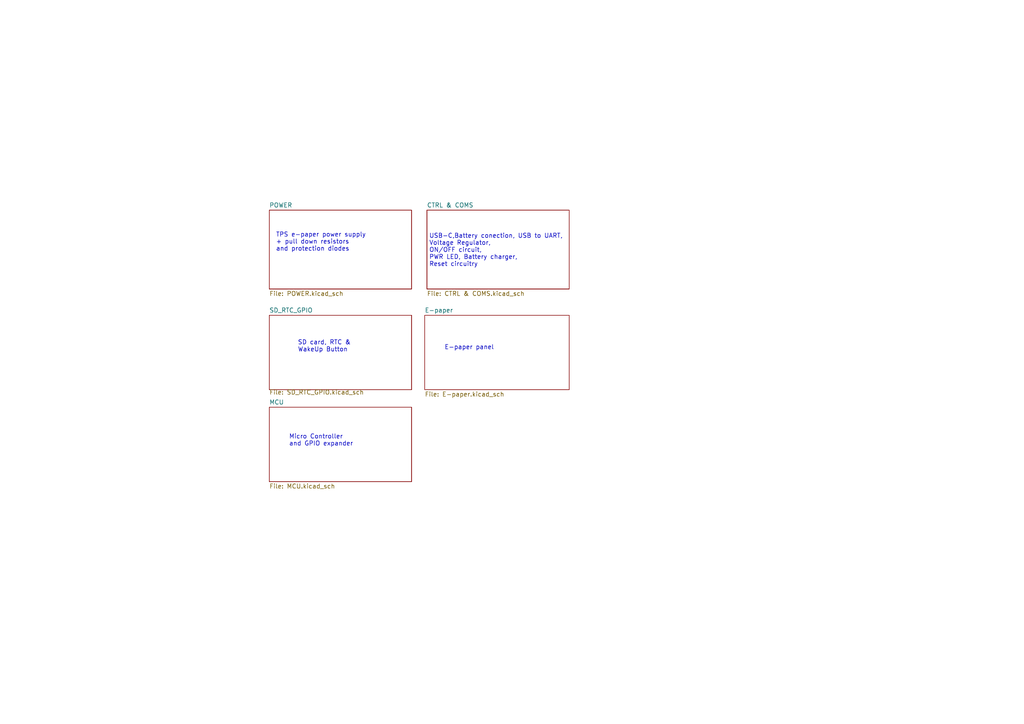
<source format=kicad_sch>
(kicad_sch (version 20211123) (generator eeschema)

  (uuid e63e39d7-6ac0-4ffd-8aa3-1841a4541b55)

  (paper "A4")

  (title_block
    (title "Inkplate 10")
    (date "2022-11-14")
    (rev "V1.2.0.")
    (company "SOLDERED")
  )

  (lib_symbols
  )


  (text "SD card, RTC &\nWakeUp Button" (at 86.36 102.235 0)
    (effects (font (size 1.27 1.27)) (justify left bottom))
    (uuid 86167905-d3c0-4841-9b62-3532e6f78fb3)
  )
  (text "TPS e-paper power supply\n+ pull down resistors\nand protection diodes"
    (at 80.01 73.025 0)
    (effects (font (size 1.27 1.27)) (justify left bottom))
    (uuid a97ef165-83d9-4486-a2ae-30fb34eb0904)
  )
  (text "E-paper panel" (at 128.905 101.6 0)
    (effects (font (size 1.27 1.27)) (justify left bottom))
    (uuid c253ed1e-2afb-45e9-990d-ddfd5ccb8cea)
  )
  (text "USB-C,Battery conection, USB to UART,\nVoltage Regulator, \nON/OFF circuit, \nPWR LED, Battery charger,\nReset circuitry"
    (at 124.46 77.47 0)
    (effects (font (size 1.27 1.27)) (justify left bottom))
    (uuid e7b8a5bc-4de7-4ae2-8942-cbadcc7d43bc)
  )
  (text "Micro Controller \nand GPIO expander" (at 83.82 129.54 0)
    (effects (font (size 1.27 1.27)) (justify left bottom))
    (uuid e7f245e7-8540-47eb-ac28-00cda0410bb9)
  )

  (sheet (at 123.19 91.44) (size 41.91 21.59) (fields_autoplaced)
    (stroke (width 0.1524) (type solid) (color 0 0 0 0))
    (fill (color 0 0 0 0.0000))
    (uuid 0000d647-6407-453c-b45d-c28049d1a635)
    (property "Sheet name" "E-paper" (id 0) (at 123.19 90.7284 0)
      (effects (font (size 1.27 1.27)) (justify left bottom))
    )
    (property "Sheet file" "E-paper.kicad_sch" (id 1) (at 123.19 113.6146 0)
      (effects (font (size 1.27 1.27)) (justify left top))
    )
  )

  (sheet (at 78.105 60.96) (size 41.275 22.86) (fields_autoplaced)
    (stroke (width 0.1524) (type solid) (color 0 0 0 0))
    (fill (color 0 0 0 0.0000))
    (uuid 1dff855a-a009-4e39-83d8-9c546ab45a49)
    (property "Sheet name" "POWER" (id 0) (at 78.105 60.2484 0)
      (effects (font (size 1.27 1.27)) (justify left bottom))
    )
    (property "Sheet file" "POWER.kicad_sch" (id 1) (at 78.105 84.4046 0)
      (effects (font (size 1.27 1.27)) (justify left top))
    )
  )

  (sheet (at 78.105 91.44) (size 41.275 21.59)
    (stroke (width 0.1524) (type solid) (color 0 0 0 0))
    (fill (color 0 0 0 0.0000))
    (uuid 39252848-f551-4344-9897-c39f44d46a38)
    (property "Sheet name" "SD_RTC_GPIO" (id 0) (at 78.105 90.7284 0)
      (effects (font (size 1.27 1.27)) (justify left bottom))
    )
    (property "Sheet file" "SD_RTC_GPIO.kicad_sch" (id 1) (at 78.105 113.03 0)
      (effects (font (size 1.27 1.27)) (justify left top))
    )
  )

  (sheet (at 78.105 118.11) (size 41.275 21.59) (fields_autoplaced)
    (stroke (width 0.1524) (type solid) (color 0 0 0 0))
    (fill (color 0 0 0 0.0000))
    (uuid 40573ad3-e16a-434b-ba6d-bed09e351455)
    (property "Sheet name" "MCU" (id 0) (at 78.105 117.3984 0)
      (effects (font (size 1.27 1.27)) (justify left bottom))
    )
    (property "Sheet file" "MCU.kicad_sch" (id 1) (at 78.105 140.2846 0)
      (effects (font (size 1.27 1.27)) (justify left top))
    )
  )

  (sheet (at 123.825 60.96) (size 41.275 22.86) (fields_autoplaced)
    (stroke (width 0.1524) (type solid) (color 0 0 0 0))
    (fill (color 0 0 0 0.0000))
    (uuid 9de2176d-3a3e-4dd8-806c-1cac67b3a898)
    (property "Sheet name" "CTRL & COMS" (id 0) (at 123.825 60.2484 0)
      (effects (font (size 1.27 1.27)) (justify left bottom))
    )
    (property "Sheet file" "CTRL & COMS.kicad_sch" (id 1) (at 123.825 84.4046 0)
      (effects (font (size 1.27 1.27)) (justify left top))
    )
  )

  (sheet_instances
    (path "/" (page "1"))
    (path "/1dff855a-a009-4e39-83d8-9c546ab45a49" (page "2"))
    (path "/9de2176d-3a3e-4dd8-806c-1cac67b3a898" (page "3"))
    (path "/39252848-f551-4344-9897-c39f44d46a38" (page "4"))
    (path "/0000d647-6407-453c-b45d-c28049d1a635" (page "5"))
    (path "/40573ad3-e16a-434b-ba6d-bed09e351455" (page "6"))
  )

  (symbol_instances
    (path "/1dff855a-a009-4e39-83d8-9c546ab45a49/74cc1fb6-e23e-4cf6-9f76-e1c10fb92b8b"
      (reference "#PWR0101") (unit 1) (value "VIN") (footprint "")
    )
    (path "/1dff855a-a009-4e39-83d8-9c546ab45a49/107fba3d-6d5f-4555-86eb-308c4df9b87f"
      (reference "#PWR0102") (unit 1) (value "GND") (footprint "")
    )
    (path "/1dff855a-a009-4e39-83d8-9c546ab45a49/a1f0cfc9-23af-4faa-86fe-1abc768ffe93"
      (reference "#PWR0103") (unit 1) (value "GND") (footprint "")
    )
    (path "/1dff855a-a009-4e39-83d8-9c546ab45a49/724c973a-b963-461f-871b-611c05be41a1"
      (reference "#PWR0104") (unit 1) (value "VIN") (footprint "")
    )
    (path "/1dff855a-a009-4e39-83d8-9c546ab45a49/9bdfb27f-c9ad-4974-8286-b25e5ffa2770"
      (reference "#PWR0105") (unit 1) (value "GND") (footprint "")
    )
    (path "/1dff855a-a009-4e39-83d8-9c546ab45a49/98a4af96-80c6-470b-b4bb-9390c11816c7"
      (reference "#PWR0106") (unit 1) (value "GND") (footprint "")
    )
    (path "/1dff855a-a009-4e39-83d8-9c546ab45a49/782a812e-268f-4f61-a9c1-58457c55963d"
      (reference "#PWR0107") (unit 1) (value "GND") (footprint "")
    )
    (path "/1dff855a-a009-4e39-83d8-9c546ab45a49/57d8cc79-cf18-4d5a-bc87-7a45d0cac6b3"
      (reference "#PWR0108") (unit 1) (value "GND") (footprint "")
    )
    (path "/1dff855a-a009-4e39-83d8-9c546ab45a49/e7d1484a-15bb-4bf0-80f8-cb447ab0ef9b"
      (reference "#PWR0109") (unit 1) (value "GND") (footprint "")
    )
    (path "/1dff855a-a009-4e39-83d8-9c546ab45a49/fcfb0e66-04da-4039-97d3-1a751d2a550d"
      (reference "#PWR0110") (unit 1) (value "GND") (footprint "")
    )
    (path "/1dff855a-a009-4e39-83d8-9c546ab45a49/4678abaa-9a89-421d-9554-6084135dcf31"
      (reference "#PWR0111") (unit 1) (value "GND") (footprint "")
    )
    (path "/1dff855a-a009-4e39-83d8-9c546ab45a49/248d6cad-d419-40d1-853e-840dcfdd09cc"
      (reference "#PWR0112") (unit 1) (value "VIN") (footprint "")
    )
    (path "/1dff855a-a009-4e39-83d8-9c546ab45a49/c56e9b46-40e6-4c99-8309-2c798e0730d0"
      (reference "#PWR0113") (unit 1) (value "VNEG") (footprint "")
    )
    (path "/1dff855a-a009-4e39-83d8-9c546ab45a49/124ce659-22a5-4a84-b30d-e5ec849b4e60"
      (reference "#PWR0114") (unit 1) (value "GND") (footprint "")
    )
    (path "/1dff855a-a009-4e39-83d8-9c546ab45a49/f76bafbd-6dd5-45ba-8a74-aeca1dbc8b97"
      (reference "#PWR0115") (unit 1) (value "GND") (footprint "")
    )
    (path "/1dff855a-a009-4e39-83d8-9c546ab45a49/aec4e2fa-ae3d-4cbd-8887-fd81c3238312"
      (reference "#PWR0116") (unit 1) (value "3V3-EINK") (footprint "")
    )
    (path "/1dff855a-a009-4e39-83d8-9c546ab45a49/7f209a0f-11ed-4bc8-a0ef-905a736fcf53"
      (reference "#PWR0117") (unit 1) (value "VPOS") (footprint "")
    )
    (path "/1dff855a-a009-4e39-83d8-9c546ab45a49/97d54307-1292-40cc-bd36-193e41046d77"
      (reference "#PWR0118") (unit 1) (value "GND") (footprint "")
    )
    (path "/1dff855a-a009-4e39-83d8-9c546ab45a49/f3fa19d8-c64e-498d-aa92-dcdcba3cc983"
      (reference "#PWR0119") (unit 1) (value "GND") (footprint "")
    )
    (path "/1dff855a-a009-4e39-83d8-9c546ab45a49/e0f4b64b-b739-484e-ba8e-428dcc3492f8"
      (reference "#PWR0120") (unit 1) (value "3V3") (footprint "")
    )
    (path "/1dff855a-a009-4e39-83d8-9c546ab45a49/a3863288-0321-49b8-9fae-b7064a5b590b"
      (reference "#PWR0121") (unit 1) (value "VEE") (footprint "")
    )
    (path "/1dff855a-a009-4e39-83d8-9c546ab45a49/3b95f19e-dfe9-4809-9985-1533f5c5f1ca"
      (reference "#PWR0122") (unit 1) (value "3V3-EINK") (footprint "")
    )
    (path "/1dff855a-a009-4e39-83d8-9c546ab45a49/f6dfbb3b-b43f-42d3-96ef-f25f5dec1e4e"
      (reference "#PWR0123") (unit 1) (value "VNEG") (footprint "")
    )
    (path "/1dff855a-a009-4e39-83d8-9c546ab45a49/c2d57075-c921-4625-a7b1-b6a2172def6a"
      (reference "#PWR0124") (unit 1) (value "GND") (footprint "")
    )
    (path "/1dff855a-a009-4e39-83d8-9c546ab45a49/6ef7c715-50f9-4b9e-b1d3-73caa5558c90"
      (reference "#PWR0125") (unit 1) (value "VEE") (footprint "")
    )
    (path "/1dff855a-a009-4e39-83d8-9c546ab45a49/bb013d14-9646-4ea4-be29-70d187c17559"
      (reference "#PWR0126") (unit 1) (value "VPOS") (footprint "")
    )
    (path "/1dff855a-a009-4e39-83d8-9c546ab45a49/01d5420c-1969-4148-a4ff-cb4af3b8426e"
      (reference "#PWR0127") (unit 1) (value "VNEG") (footprint "")
    )
    (path "/1dff855a-a009-4e39-83d8-9c546ab45a49/a4e64c80-b2df-4558-a2cb-a8c6591229fc"
      (reference "#PWR0128") (unit 1) (value "VDDH") (footprint "")
    )
    (path "/1dff855a-a009-4e39-83d8-9c546ab45a49/abd5b1f8-417b-4e4b-bb91-50def48c6e7b"
      (reference "#PWR0129") (unit 1) (value "GND") (footprint "")
    )
    (path "/1dff855a-a009-4e39-83d8-9c546ab45a49/4ca306ad-2ffb-405a-a6ba-c42be3530fcb"
      (reference "#PWR0130") (unit 1) (value "GND") (footprint "")
    )
    (path "/1dff855a-a009-4e39-83d8-9c546ab45a49/2f5ef7c8-8eca-44f8-b1b3-c33f39c4819a"
      (reference "#PWR0131") (unit 1) (value "GND") (footprint "")
    )
    (path "/1dff855a-a009-4e39-83d8-9c546ab45a49/d1f57772-5ce6-4b85-bd55-bf5b4526514f"
      (reference "#PWR0132") (unit 1) (value "GND") (footprint "")
    )
    (path "/1dff855a-a009-4e39-83d8-9c546ab45a49/978ba6d0-393f-40ef-930c-4bbf82ca9a8f"
      (reference "#PWR0133") (unit 1) (value "GND") (footprint "")
    )
    (path "/1dff855a-a009-4e39-83d8-9c546ab45a49/1020ad67-bbd8-437a-9a2e-479d9686db63"
      (reference "#PWR0134") (unit 1) (value "GND") (footprint "")
    )
    (path "/1dff855a-a009-4e39-83d8-9c546ab45a49/2c3c7953-603d-4b95-b24a-60ee04407d91"
      (reference "#PWR0135") (unit 1) (value "GND") (footprint "")
    )
    (path "/1dff855a-a009-4e39-83d8-9c546ab45a49/285d3b92-7942-4a70-9c84-2570cf0038f4"
      (reference "#PWR0136") (unit 1) (value "GND") (footprint "")
    )
    (path "/1dff855a-a009-4e39-83d8-9c546ab45a49/5d370142-d728-446e-8043-6d3520cc24c0"
      (reference "#PWR0137") (unit 1) (value "3V3") (footprint "")
    )
    (path "/1dff855a-a009-4e39-83d8-9c546ab45a49/403df5c3-9296-4e57-9eb2-73ccbcd04e94"
      (reference "#PWR0138") (unit 1) (value "VDDH") (footprint "")
    )
    (path "/1dff855a-a009-4e39-83d8-9c546ab45a49/58e34869-ff08-477e-96c5-732c294b147a"
      (reference "#PWR0139") (unit 1) (value "VPOS") (footprint "")
    )
    (path "/1dff855a-a009-4e39-83d8-9c546ab45a49/1b52a85f-b15f-4c4d-ab80-4ac1d5208a46"
      (reference "#PWR0140") (unit 1) (value "GND") (footprint "")
    )
    (path "/1dff855a-a009-4e39-83d8-9c546ab45a49/1a7e035e-e537-47b0-a6f4-52d66195f34e"
      (reference "#PWR0141") (unit 1) (value "VEE") (footprint "")
    )
    (path "/1dff855a-a009-4e39-83d8-9c546ab45a49/5f13b95f-acb5-4102-8b38-757d3ba9db3f"
      (reference "#PWR0142") (unit 1) (value "GND") (footprint "")
    )
    (path "/1dff855a-a009-4e39-83d8-9c546ab45a49/b6dd281d-709d-40d0-b07a-d66cc5ab1c21"
      (reference "#PWR0143") (unit 1) (value "VNEG") (footprint "")
    )
    (path "/1dff855a-a009-4e39-83d8-9c546ab45a49/a993c664-b3c2-4535-8dd7-d4f5238ae54a"
      (reference "#PWR0144") (unit 1) (value "VDDH") (footprint "")
    )
    (path "/1dff855a-a009-4e39-83d8-9c546ab45a49/4cbe2a39-bca4-4293-85ad-15c3b3f27304"
      (reference "#PWR0145") (unit 1) (value "GND") (footprint "")
    )
    (path "/1dff855a-a009-4e39-83d8-9c546ab45a49/3e36ab66-1e68-4565-b340-48ef54c5f43a"
      (reference "#PWR0146") (unit 1) (value "GND") (footprint "")
    )
    (path "/1dff855a-a009-4e39-83d8-9c546ab45a49/10f4b14f-a3f2-45ee-990e-884505edc545"
      (reference "#PWR0147") (unit 1) (value "GND") (footprint "")
    )
    (path "/1dff855a-a009-4e39-83d8-9c546ab45a49/a3b2628b-0a49-4505-aab9-3578401a32e8"
      (reference "#PWR0148") (unit 1) (value "VDDH") (footprint "")
    )
    (path "/1dff855a-a009-4e39-83d8-9c546ab45a49/891e32a9-2f82-4682-ab2f-45c996aabef4"
      (reference "#PWR0149") (unit 1) (value "GND") (footprint "")
    )
    (path "/1dff855a-a009-4e39-83d8-9c546ab45a49/ae0e5093-e244-40f0-a299-94b8ffa3abe5"
      (reference "#PWR0150") (unit 1) (value "GND") (footprint "")
    )
    (path "/1dff855a-a009-4e39-83d8-9c546ab45a49/9d9006b1-c0da-4488-b6c4-3bf750600acd"
      (reference "#PWR0151") (unit 1) (value "VEE") (footprint "")
    )
    (path "/1dff855a-a009-4e39-83d8-9c546ab45a49/ec58a2eb-5bcb-40ee-8026-13e63dee9bb3"
      (reference "#PWR0152") (unit 1) (value "GND") (footprint "")
    )
    (path "/1dff855a-a009-4e39-83d8-9c546ab45a49/0f868636-a9fe-43d0-9ab7-ed1184116232"
      (reference "#PWR0153") (unit 1) (value "VPOS") (footprint "")
    )
    (path "/1dff855a-a009-4e39-83d8-9c546ab45a49/628e4825-a201-48a3-bbe8-55f8491fa40d"
      (reference "#PWR0154") (unit 1) (value "VIN") (footprint "")
    )
    (path "/1dff855a-a009-4e39-83d8-9c546ab45a49/2130a0f3-eb37-4205-8faa-e97f61196a45"
      (reference "#PWR0155") (unit 1) (value "3V3-EINK") (footprint "")
    )
    (path "/1dff855a-a009-4e39-83d8-9c546ab45a49/dcb7b645-f703-4535-abf2-9dd4676274c7"
      (reference "#PWR0156") (unit 1) (value "VBAT") (footprint "")
    )
    (path "/9de2176d-3a3e-4dd8-806c-1cac67b3a898/5d061b70-022b-4717-b2da-4346db5706a0"
      (reference "#PWR0157") (unit 1) (value "GND") (footprint "")
    )
    (path "/9de2176d-3a3e-4dd8-806c-1cac67b3a898/839d13fb-1748-4f67-b395-a7c44fb6de53"
      (reference "#PWR0158") (unit 1) (value "GND") (footprint "")
    )
    (path "/9de2176d-3a3e-4dd8-806c-1cac67b3a898/df361a83-ce01-44dd-a298-4cd20955111a"
      (reference "#PWR0159") (unit 1) (value "3V3") (footprint "")
    )
    (path "/9de2176d-3a3e-4dd8-806c-1cac67b3a898/048f3359-732d-4a66-bba8-f128c6f1772f"
      (reference "#PWR0160") (unit 1) (value "GND") (footprint "")
    )
    (path "/9de2176d-3a3e-4dd8-806c-1cac67b3a898/40a58ae8-a5ce-4924-8a4b-e377d9d38ad0"
      (reference "#PWR0161") (unit 1) (value "VIN") (footprint "")
    )
    (path "/9de2176d-3a3e-4dd8-806c-1cac67b3a898/29af65b8-4288-42be-ae41-3392a9488842"
      (reference "#PWR0162") (unit 1) (value "3V3") (footprint "")
    )
    (path "/9de2176d-3a3e-4dd8-806c-1cac67b3a898/7165665d-da0e-42a3-8de2-4ca986ca92d6"
      (reference "#PWR0163") (unit 1) (value "GND") (footprint "")
    )
    (path "/9de2176d-3a3e-4dd8-806c-1cac67b3a898/79f507a9-a21b-451b-923a-0fb5a7234304"
      (reference "#PWR0164") (unit 1) (value "3V3") (footprint "")
    )
    (path "/9de2176d-3a3e-4dd8-806c-1cac67b3a898/7a8f6da0-adda-4f6d-b0dc-c18e734e02b8"
      (reference "#PWR0165") (unit 1) (value "3V3") (footprint "")
    )
    (path "/9de2176d-3a3e-4dd8-806c-1cac67b3a898/0579b79b-2ca5-45a0-94a7-bc0d19827840"
      (reference "#PWR0166") (unit 1) (value "3V3") (footprint "")
    )
    (path "/9de2176d-3a3e-4dd8-806c-1cac67b3a898/b61288dd-f522-42cb-9334-d04d24827425"
      (reference "#PWR0167") (unit 1) (value "GND") (footprint "")
    )
    (path "/9de2176d-3a3e-4dd8-806c-1cac67b3a898/b5fb2377-e3fa-48a1-8eee-cf5869fc4cda"
      (reference "#PWR0168") (unit 1) (value "GND") (footprint "")
    )
    (path "/9de2176d-3a3e-4dd8-806c-1cac67b3a898/bf0e3a7e-1cba-4a6a-a1dd-da8c3d12cb4b"
      (reference "#PWR0169") (unit 1) (value "GND") (footprint "")
    )
    (path "/9de2176d-3a3e-4dd8-806c-1cac67b3a898/28d903b1-f0fc-4fe3-8653-aa79fd0c91de"
      (reference "#PWR0170") (unit 1) (value "VIN") (footprint "")
    )
    (path "/9de2176d-3a3e-4dd8-806c-1cac67b3a898/bc55685a-347f-408d-a290-42c91b58c76b"
      (reference "#PWR0171") (unit 1) (value "GND") (footprint "")
    )
    (path "/9de2176d-3a3e-4dd8-806c-1cac67b3a898/607ac08b-9efc-4f71-8c5b-ba69d80b73ed"
      (reference "#PWR0172") (unit 1) (value "GND") (footprint "")
    )
    (path "/9de2176d-3a3e-4dd8-806c-1cac67b3a898/66fedc04-de7a-4497-abc9-395b377d53e5"
      (reference "#PWR0173") (unit 1) (value "VBAT") (footprint "")
    )
    (path "/9de2176d-3a3e-4dd8-806c-1cac67b3a898/7359e87b-1ce2-4053-81b7-c102fe600e8e"
      (reference "#PWR0174") (unit 1) (value "VUSB") (footprint "")
    )
    (path "/9de2176d-3a3e-4dd8-806c-1cac67b3a898/7dc121da-fde0-4e46-ba8e-c3c55fab0bac"
      (reference "#PWR0175") (unit 1) (value "3V3") (footprint "")
    )
    (path "/9de2176d-3a3e-4dd8-806c-1cac67b3a898/90619477-3c43-415e-a3a8-b8303f59ea9e"
      (reference "#PWR0176") (unit 1) (value "GND") (footprint "")
    )
    (path "/9de2176d-3a3e-4dd8-806c-1cac67b3a898/5cfda414-eca3-4023-8a8c-a19b2d9c4f9e"
      (reference "#PWR0177") (unit 1) (value "GND") (footprint "")
    )
    (path "/9de2176d-3a3e-4dd8-806c-1cac67b3a898/938d2b76-38bf-4cd1-b554-a1dbcb60b2c1"
      (reference "#PWR0178") (unit 1) (value "GND") (footprint "")
    )
    (path "/9de2176d-3a3e-4dd8-806c-1cac67b3a898/bb4ff8c2-e65f-4ae1-9a48-681ee98667ef"
      (reference "#PWR0179") (unit 1) (value "GND") (footprint "")
    )
    (path "/9de2176d-3a3e-4dd8-806c-1cac67b3a898/2694ae2b-13c0-4885-baf0-f6e92e89fd04"
      (reference "#PWR0180") (unit 1) (value "GND") (footprint "")
    )
    (path "/9de2176d-3a3e-4dd8-806c-1cac67b3a898/034a2cc3-7676-4e77-bd58-b3827d36e729"
      (reference "#PWR0181") (unit 1) (value "GND") (footprint "")
    )
    (path "/9de2176d-3a3e-4dd8-806c-1cac67b3a898/b00b4b72-10b7-4e77-8d3e-bc92504eb659"
      (reference "#PWR0182") (unit 1) (value "3V3") (footprint "")
    )
    (path "/9de2176d-3a3e-4dd8-806c-1cac67b3a898/a5898ce1-06a5-4d5a-9531-59f010d0464f"
      (reference "#PWR0183") (unit 1) (value "VIN") (footprint "")
    )
    (path "/9de2176d-3a3e-4dd8-806c-1cac67b3a898/a1abef45-78e1-4c93-aa2b-bb4177756faa"
      (reference "#PWR0184") (unit 1) (value "VIN") (footprint "")
    )
    (path "/9de2176d-3a3e-4dd8-806c-1cac67b3a898/ae362dc5-668c-449e-b5e2-da38dfdc0c25"
      (reference "#PWR0185") (unit 1) (value "GND") (footprint "")
    )
    (path "/9de2176d-3a3e-4dd8-806c-1cac67b3a898/17c379f3-b027-4978-ba36-be2f27599a56"
      (reference "#PWR0186") (unit 1) (value "GND") (footprint "")
    )
    (path "/9de2176d-3a3e-4dd8-806c-1cac67b3a898/711d5ec9-3b77-418e-8948-7367a9d44fbd"
      (reference "#PWR0187") (unit 1) (value "GND") (footprint "")
    )
    (path "/9de2176d-3a3e-4dd8-806c-1cac67b3a898/2cd4403f-2ddc-47d2-b0ef-1168b5faace1"
      (reference "#PWR0188") (unit 1) (value "VUSB") (footprint "")
    )
    (path "/9de2176d-3a3e-4dd8-806c-1cac67b3a898/0912ec80-7c93-4638-9c7b-6b7a71c5b778"
      (reference "#PWR0189") (unit 1) (value "GND") (footprint "")
    )
    (path "/9de2176d-3a3e-4dd8-806c-1cac67b3a898/92e94261-a13c-475b-b01e-c511c8f7e9b0"
      (reference "#PWR0190") (unit 1) (value "VBAT") (footprint "")
    )
    (path "/9de2176d-3a3e-4dd8-806c-1cac67b3a898/513e8cb6-6b95-4ba2-80f0-31101c38cb91"
      (reference "#PWR0191") (unit 1) (value "GND") (footprint "")
    )
    (path "/9de2176d-3a3e-4dd8-806c-1cac67b3a898/10fda391-8c45-4bb5-a08c-06be51f40127"
      (reference "#PWR0192") (unit 1) (value "GND") (footprint "")
    )
    (path "/9de2176d-3a3e-4dd8-806c-1cac67b3a898/a2b11d9f-8708-4447-97e3-6964d710d398"
      (reference "#PWR0193") (unit 1) (value "GND") (footprint "")
    )
    (path "/9de2176d-3a3e-4dd8-806c-1cac67b3a898/395bf560-9f7a-48c2-be76-c8f0d338d485"
      (reference "#PWR0194") (unit 1) (value "GND") (footprint "")
    )
    (path "/9de2176d-3a3e-4dd8-806c-1cac67b3a898/48f7fa39-b1be-4706-8e18-ae0623df1427"
      (reference "#PWR0195") (unit 1) (value "GND") (footprint "")
    )
    (path "/9de2176d-3a3e-4dd8-806c-1cac67b3a898/e5310957-a398-4990-b4dc-edebd1433a5b"
      (reference "#PWR0196") (unit 1) (value "GND") (footprint "")
    )
    (path "/9de2176d-3a3e-4dd8-806c-1cac67b3a898/eab5b3a0-47d0-4b3a-9f2b-23769faf90ef"
      (reference "#PWR0197") (unit 1) (value "VBAT") (footprint "")
    )
    (path "/9de2176d-3a3e-4dd8-806c-1cac67b3a898/0f80275c-9349-4cb5-ad71-a3df7e5ceb10"
      (reference "#PWR0198") (unit 1) (value "VBAT") (footprint "")
    )
    (path "/9de2176d-3a3e-4dd8-806c-1cac67b3a898/55a19a8e-0d08-4d23-b8e2-bbf5eda73e83"
      (reference "#PWR0199") (unit 1) (value "VBAT") (footprint "")
    )
    (path "/9de2176d-3a3e-4dd8-806c-1cac67b3a898/0358e75b-4231-4d84-95e9-6a0e2b8ec381"
      (reference "#PWR0200") (unit 1) (value "VUSB") (footprint "")
    )
    (path "/9de2176d-3a3e-4dd8-806c-1cac67b3a898/a81c8e5b-4b1c-49b6-b99d-c7f7655051ca"
      (reference "#PWR0201") (unit 1) (value "GND") (footprint "")
    )
    (path "/9de2176d-3a3e-4dd8-806c-1cac67b3a898/803e9b4f-7806-41fd-a8f4-c2cb3da5bebe"
      (reference "#PWR0202") (unit 1) (value "VUSB") (footprint "")
    )
    (path "/9de2176d-3a3e-4dd8-806c-1cac67b3a898/da77077a-dbc7-47dc-bc2a-414d2f31f8db"
      (reference "#PWR0203") (unit 1) (value "GND") (footprint "")
    )
    (path "/9de2176d-3a3e-4dd8-806c-1cac67b3a898/5142b953-383e-4ae9-abc9-30c8ec246182"
      (reference "#PWR0204") (unit 1) (value "VUSB") (footprint "")
    )
    (path "/9de2176d-3a3e-4dd8-806c-1cac67b3a898/76660336-1a72-47f5-bb2b-4e8419a1544a"
      (reference "#PWR0205") (unit 1) (value "GND") (footprint "")
    )
    (path "/39252848-f551-4344-9897-c39f44d46a38/bdbdc928-0239-40ec-b7d1-bef4daba432a"
      (reference "#PWR0206") (unit 1) (value "GND") (footprint "")
    )
    (path "/39252848-f551-4344-9897-c39f44d46a38/8aea6299-5ef3-4b41-971f-67a15bb1916c"
      (reference "#PWR0207") (unit 1) (value "GND") (footprint "")
    )
    (path "/39252848-f551-4344-9897-c39f44d46a38/abac3446-35de-4a5e-a253-703dbf466e00"
      (reference "#PWR0208") (unit 1) (value "3V3") (footprint "")
    )
    (path "/39252848-f551-4344-9897-c39f44d46a38/bf96aa92-fef1-4317-bcdf-e998b8ba397b"
      (reference "#PWR0209") (unit 1) (value "3V3") (footprint "")
    )
    (path "/39252848-f551-4344-9897-c39f44d46a38/f30737a6-aae7-4cbc-83db-ede2fc6494ca"
      (reference "#PWR0210") (unit 1) (value "GND") (footprint "")
    )
    (path "/39252848-f551-4344-9897-c39f44d46a38/ea72d0b6-1438-4168-bb7f-26314307e9fb"
      (reference "#PWR0211") (unit 1) (value "3V3") (footprint "")
    )
    (path "/39252848-f551-4344-9897-c39f44d46a38/3c2a320b-f5d0-4862-857c-2c92384ec7a7"
      (reference "#PWR0212") (unit 1) (value "GND") (footprint "")
    )
    (path "/39252848-f551-4344-9897-c39f44d46a38/a674ff9c-545f-42ef-be64-453a34f51cf9"
      (reference "#PWR0213") (unit 1) (value "GND") (footprint "")
    )
    (path "/39252848-f551-4344-9897-c39f44d46a38/b39aea19-498d-41fd-92d5-f0272719f98e"
      (reference "#PWR0214") (unit 1) (value "GND") (footprint "")
    )
    (path "/39252848-f551-4344-9897-c39f44d46a38/7bcbc864-f0ab-4c4d-aaaf-e543fa3c149e"
      (reference "#PWR0215") (unit 1) (value "GND") (footprint "")
    )
    (path "/39252848-f551-4344-9897-c39f44d46a38/847a330e-2d75-4e2f-ba38-870df0ec637a"
      (reference "#PWR0216") (unit 1) (value "3V3") (footprint "")
    )
    (path "/0000d647-6407-453c-b45d-c28049d1a635/ce9ce6e5-bb13-4171-a90d-5409e208ee7b"
      (reference "#PWR0217") (unit 1) (value "GND") (footprint "")
    )
    (path "/0000d647-6407-453c-b45d-c28049d1a635/fa4ad694-2c13-442b-85ee-ea5478d9c3e0"
      (reference "#PWR0218") (unit 1) (value "3V3-EINK") (footprint "")
    )
    (path "/0000d647-6407-453c-b45d-c28049d1a635/aa3643d7-f1f4-4bd7-a45b-471a7b0188b0"
      (reference "#PWR0219") (unit 1) (value "GND") (footprint "")
    )
    (path "/0000d647-6407-453c-b45d-c28049d1a635/0e3611fa-57ce-4148-8b8d-dcbe1e3c585c"
      (reference "#PWR0220") (unit 1) (value "GND") (footprint "")
    )
    (path "/0000d647-6407-453c-b45d-c28049d1a635/eab989ba-d4bd-46f3-adae-681ff954673b"
      (reference "#PWR0221") (unit 1) (value "VNEG") (footprint "")
    )
    (path "/0000d647-6407-453c-b45d-c28049d1a635/2b9560aa-ca85-40bd-96c0-e06c0c8c5ac1"
      (reference "#PWR0222") (unit 1) (value "VPOS") (footprint "")
    )
    (path "/0000d647-6407-453c-b45d-c28049d1a635/71850301-9fe4-419a-9208-6472a83cf8fa"
      (reference "#PWR0223") (unit 1) (value "3V3-EINK") (footprint "")
    )
    (path "/0000d647-6407-453c-b45d-c28049d1a635/e475ff9c-cb39-4f49-abea-1fc9434f4cde"
      (reference "#PWR0224") (unit 1) (value "GND") (footprint "")
    )
    (path "/0000d647-6407-453c-b45d-c28049d1a635/0a4b5b07-6a07-413e-ab48-2bdae1bb8afc"
      (reference "#PWR0225") (unit 1) (value "GND") (footprint "")
    )
    (path "/0000d647-6407-453c-b45d-c28049d1a635/8d4b41e7-ee90-4947-80c3-4380b3f76127"
      (reference "#PWR0226") (unit 1) (value "VEE") (footprint "")
    )
    (path "/0000d647-6407-453c-b45d-c28049d1a635/b7d6fdd5-115c-4cf0-a02b-635165c3e203"
      (reference "#PWR0227") (unit 1) (value "VDDH") (footprint "")
    )
    (path "/0000d647-6407-453c-b45d-c28049d1a635/9ca7f72a-1864-4d37-8858-9be9fa1bfa5e"
      (reference "#PWR0228") (unit 1) (value "3V3-EINK") (footprint "")
    )
    (path "/40573ad3-e16a-434b-ba6d-bed09e351455/46c9035e-c753-468d-9752-c7b099e418ad"
      (reference "#PWR0229") (unit 1) (value "3V3") (footprint "")
    )
    (path "/40573ad3-e16a-434b-ba6d-bed09e351455/6645d0df-8db5-4206-b15b-6181e868f1b6"
      (reference "#PWR0230") (unit 1) (value "GND") (footprint "")
    )
    (path "/40573ad3-e16a-434b-ba6d-bed09e351455/af03aa57-cb4d-4c09-8fdc-eee8034e2239"
      (reference "#PWR0231") (unit 1) (value "GND") (footprint "")
    )
    (path "/40573ad3-e16a-434b-ba6d-bed09e351455/5b29ba17-087f-43e4-880d-61ab29f18d00"
      (reference "#PWR0232") (unit 1) (value "3V3") (footprint "")
    )
    (path "/40573ad3-e16a-434b-ba6d-bed09e351455/6b25013b-a832-4715-a46b-960096fe8e9d"
      (reference "#PWR0233") (unit 1) (value "3V3") (footprint "")
    )
    (path "/40573ad3-e16a-434b-ba6d-bed09e351455/5334a6d1-9a64-4884-bca3-9784df040118"
      (reference "#PWR0234") (unit 1) (value "GND") (footprint "")
    )
    (path "/40573ad3-e16a-434b-ba6d-bed09e351455/9e75729d-034d-4561-9730-6c10bdaf2f07"
      (reference "#PWR0235") (unit 1) (value "GND") (footprint "")
    )
    (path "/40573ad3-e16a-434b-ba6d-bed09e351455/17cdc0c3-1914-4b1a-8fa7-fb66894ef625"
      (reference "#PWR0236") (unit 1) (value "3V3") (footprint "")
    )
    (path "/40573ad3-e16a-434b-ba6d-bed09e351455/bfd12074-2f6c-48f3-8838-1994964a644b"
      (reference "#PWR0237") (unit 1) (value "3V3") (footprint "")
    )
    (path "/40573ad3-e16a-434b-ba6d-bed09e351455/0b697538-9614-4a2a-ad31-ad27c0958011"
      (reference "#PWR0238") (unit 1) (value "GND") (footprint "")
    )
    (path "/40573ad3-e16a-434b-ba6d-bed09e351455/403ca4ee-e86b-431e-b953-73918bba9f02"
      (reference "#PWR0239") (unit 1) (value "GND") (footprint "")
    )
    (path "/40573ad3-e16a-434b-ba6d-bed09e351455/74338157-f4f2-4203-918a-58cc4de8acd4"
      (reference "#PWR0240") (unit 1) (value "3V3") (footprint "")
    )
    (path "/40573ad3-e16a-434b-ba6d-bed09e351455/8b157861-8fb3-4445-84f6-1ec0a08bf48c"
      (reference "#PWR0241") (unit 1) (value "GND") (footprint "")
    )
    (path "/40573ad3-e16a-434b-ba6d-bed09e351455/732942a0-03a3-431d-ad42-03525df85ad9"
      (reference "#PWR0242") (unit 1) (value "GND") (footprint "")
    )
    (path "/40573ad3-e16a-434b-ba6d-bed09e351455/5de06762-8f7f-4b03-865d-8465213165c4"
      (reference "#PWR0243") (unit 1) (value "GND") (footprint "")
    )
    (path "/40573ad3-e16a-434b-ba6d-bed09e351455/bdfc7a24-9c6b-48f0-b49d-4ad3441e0bad"
      (reference "#PWR0244") (unit 1) (value "3V3") (footprint "")
    )
    (path "/40573ad3-e16a-434b-ba6d-bed09e351455/0af4076c-074b-47cd-96bc-b8f8d727849f"
      (reference "#PWR0245") (unit 1) (value "3V3") (footprint "")
    )
    (path "/40573ad3-e16a-434b-ba6d-bed09e351455/134e98ca-7c58-4468-867e-976e2a437024"
      (reference "#PWR0246") (unit 1) (value "3V3") (footprint "")
    )
    (path "/40573ad3-e16a-434b-ba6d-bed09e351455/31f1c2d1-fa2c-48e7-9ad8-dbaed35b7e15"
      (reference "#PWR0247") (unit 1) (value "GND") (footprint "")
    )
    (path "/0000d647-6407-453c-b45d-c28049d1a635/0b92dc94-66fe-4606-ba1b-7d1b2292e2ef"
      (reference "#PWR0248") (unit 1) (value "VNEG") (footprint "")
    )
    (path "/0000d647-6407-453c-b45d-c28049d1a635/f200c2ae-bf8a-4794-953a-a29c837b5b90"
      (reference "#PWR0249") (unit 1) (value "GND") (footprint "")
    )
    (path "/0000d647-6407-453c-b45d-c28049d1a635/fb7f31c5-18f0-4868-845e-931602f099be"
      (reference "#PWR0250") (unit 1) (value "GND") (footprint "")
    )
    (path "/0000d647-6407-453c-b45d-c28049d1a635/31943843-ff6b-4e8d-ba9e-5a08a32613d6"
      (reference "#PWR0251") (unit 1) (value "GND") (footprint "")
    )
    (path "/0000d647-6407-453c-b45d-c28049d1a635/bf8c06ec-b539-4540-9818-e01869418161"
      (reference "#PWR0252") (unit 1) (value "GND") (footprint "")
    )
    (path "/0000d647-6407-453c-b45d-c28049d1a635/6658dbe2-6c05-4884-ac52-4e66b57c06f6"
      (reference "#PWR0253") (unit 1) (value "VDDH") (footprint "")
    )
    (path "/0000d647-6407-453c-b45d-c28049d1a635/fe3c54e4-3be8-4994-9116-80b59479b380"
      (reference "#PWR0254") (unit 1) (value "GND") (footprint "")
    )
    (path "/0000d647-6407-453c-b45d-c28049d1a635/5f304c6b-d8ec-4def-86fa-49bcb710bb02"
      (reference "#PWR0255") (unit 1) (value "GND") (footprint "")
    )
    (path "/0000d647-6407-453c-b45d-c28049d1a635/3fd30dcb-52fe-4dca-8228-2f849c907ae7"
      (reference "#PWR0256") (unit 1) (value "VPOS") (footprint "")
    )
    (path "/0000d647-6407-453c-b45d-c28049d1a635/a8b931fe-d0f7-4b5f-91e3-db43a1686356"
      (reference "#PWR0257") (unit 1) (value "3V3-EINK") (footprint "")
    )
    (path "/0000d647-6407-453c-b45d-c28049d1a635/956e8f7c-f290-4c97-80f6-df4d2eb968c2"
      (reference "#PWR0258") (unit 1) (value "VEE") (footprint "")
    )
    (path "/40573ad3-e16a-434b-ba6d-bed09e351455/feca530a-c6c1-4219-b383-a5f1908d3bf8"
      (reference "#PWR0259") (unit 1) (value "GND") (footprint "")
    )
    (path "/40573ad3-e16a-434b-ba6d-bed09e351455/4a8e6a90-b539-4736-bce5-ee90b306fce5"
      (reference "#PWR0260") (unit 1) (value "3V3") (footprint "")
    )
    (path "/39252848-f551-4344-9897-c39f44d46a38/3862d3bd-e750-4b53-a1c2-5f205e3d7146"
      (reference "#PWR0261") (unit 1) (value "3V3") (footprint "")
    )
    (path "/1dff855a-a009-4e39-83d8-9c546ab45a49/e670d2f9-e6ab-4fd5-959e-d4baed780842"
      (reference "C1") (unit 1) (value "4u7-TMK212AB7475KG-T") (footprint "e-radionica.com footprinti:0805C")
    )
    (path "/1dff855a-a009-4e39-83d8-9c546ab45a49/a6289ee5-0e7e-49ce-ac93-b1b59d171f49"
      (reference "C2") (unit 1) (value "4u7-TMK212AB7475KG-T") (footprint "e-radionica.com footprinti:0805C")
    )
    (path "/1dff855a-a009-4e39-83d8-9c546ab45a49/f8b22858-19d0-4658-8c54-d50707981b51"
      (reference "C3") (unit 1) (value "4u7-TMK212AB7475KG-T") (footprint "e-radionica.com footprinti:0805C")
    )
    (path "/1dff855a-a009-4e39-83d8-9c546ab45a49/b03b3205-b36e-4fab-8149-bddfd475722a"
      (reference "C4") (unit 1) (value "4u7-TMK212AB7475KG-T") (footprint "e-radionica.com footprinti:0805C")
    )
    (path "/1dff855a-a009-4e39-83d8-9c546ab45a49/cc7bfa1c-21d1-4e4e-84d7-c0f60830995e"
      (reference "C5") (unit 1) (value "10u-GRM188R61E106KA73J") (footprint "e-radionica.com footprinti:0603C")
    )
    (path "/1dff855a-a009-4e39-83d8-9c546ab45a49/a7d6a5f7-da4d-4254-9f04-e0b99069c8ad"
      (reference "C6") (unit 1) (value "4u7-TMK212AB7475KG-T") (footprint "e-radionica.com footprinti:0805C")
    )
    (path "/1dff855a-a009-4e39-83d8-9c546ab45a49/d35ee2b4-f6ca-4ae8-9adb-ce517a8be689"
      (reference "C7") (unit 1) (value "4u7-TMK212AB7475KG-T") (footprint "e-radionica.com footprinti:0805C")
    )
    (path "/1dff855a-a009-4e39-83d8-9c546ab45a49/080b6e12-2ff2-4d50-83f7-4f249bc65a95"
      (reference "C8") (unit 1) (value "10u-GRM188R61E106KA73J") (footprint "e-radionica.com footprinti:0603C")
    )
    (path "/1dff855a-a009-4e39-83d8-9c546ab45a49/1ad42705-e3e1-4558-b3af-5fa2a1bd680b"
      (reference "C9") (unit 1) (value "4u7-TMK212AB7475KG-T") (footprint "e-radionica.com footprinti:0805C")
    )
    (path "/1dff855a-a009-4e39-83d8-9c546ab45a49/23e777ac-b7f7-4330-81a3-7e9ba7d8a11b"
      (reference "C10") (unit 1) (value "10u-GRM188R61E106KA73J") (footprint "e-radionica.com footprinti:0603C")
    )
    (path "/1dff855a-a009-4e39-83d8-9c546ab45a49/7ff5d13a-2c4c-41f1-ba16-c92e1e109e29"
      (reference "C11") (unit 1) (value "4u7-TMK212AB7475KG-T") (footprint "e-radionica.com footprinti:0805C")
    )
    (path "/1dff855a-a009-4e39-83d8-9c546ab45a49/7fadd522-ad00-4095-a77d-c0d82a2db7cb"
      (reference "C12") (unit 1) (value "4u7-TMK212AB7475KG-T") (footprint "e-radionica.com footprinti:0805C")
    )
    (path "/1dff855a-a009-4e39-83d8-9c546ab45a49/ffe78124-5253-42c6-8fdc-f4289d09c30a"
      (reference "C13") (unit 1) (value "4u7-TMK212AB7475KG-T") (footprint "e-radionica.com footprinti:0805C")
    )
    (path "/1dff855a-a009-4e39-83d8-9c546ab45a49/aa402c32-bc32-4c87-8324-7695fad8e379"
      (reference "C14") (unit 1) (value "2u2-GRM188R61E225MA12D") (footprint "e-radionica.com footprinti:0603C")
    )
    (path "/1dff855a-a009-4e39-83d8-9c546ab45a49/15d7c1c2-3ecd-4ea8-bfca-561eed051a79"
      (reference "C15") (unit 1) (value "2u2-GRM188R61E225MA12D") (footprint "e-radionica.com footprinti:0603C")
    )
    (path "/1dff855a-a009-4e39-83d8-9c546ab45a49/c0aaa70c-2395-4a81-b073-0153c71920cd"
      (reference "C16") (unit 1) (value "10n-AC0603KRX7R8BB103") (footprint "e-radionica.com footprinti:0603C")
    )
    (path "/1dff855a-a009-4e39-83d8-9c546ab45a49/ffbbd9f4-db4c-4fe2-bf23-756745154ba6"
      (reference "C17") (unit 1) (value "10n-AC0603KRX7R8BB103") (footprint "e-radionica.com footprinti:0603C")
    )
    (path "/1dff855a-a009-4e39-83d8-9c546ab45a49/794b54e2-be1b-425a-9cf4-ee69d223a564"
      (reference "C18") (unit 1) (value "100n-AC0603KRX7R8BB104") (footprint "e-radionica.com footprinti:0603C")
    )
    (path "/1dff855a-a009-4e39-83d8-9c546ab45a49/652a3986-c2c2-4660-b8a2-20a71a3bf81d"
      (reference "C19") (unit 1) (value "100n-AC0603KRX7R8BB104") (footprint "e-radionica.com footprinti:0603C")
    )
    (path "/9de2176d-3a3e-4dd8-806c-1cac67b3a898/062d02d0-73f1-45a4-9d72-eb1682c4eb26"
      (reference "C20") (unit 1) (value "100n") (footprint "e-radionica.com footprinti:0603C")
    )
    (path "/9de2176d-3a3e-4dd8-806c-1cac67b3a898/a3130091-9de5-477f-ae03-fa3516ed8311"
      (reference "C21") (unit 1) (value "10u") (footprint "e-radionica.com footprinti:1206C")
    )
    (path "/9de2176d-3a3e-4dd8-806c-1cac67b3a898/3cec1242-fefd-45f9-be37-dfaa3b57a7d8"
      (reference "C22") (unit 1) (value "100n") (footprint "e-radionica.com footprinti:0603C")
    )
    (path "/9de2176d-3a3e-4dd8-806c-1cac67b3a898/a7307a97-43ab-4520-8532-d2a099732060"
      (reference "C23") (unit 1) (value "100n") (footprint "e-radionica.com footprinti:0603C")
    )
    (path "/9de2176d-3a3e-4dd8-806c-1cac67b3a898/428e5095-9451-4472-87f9-85a6ff426e31"
      (reference "C24") (unit 1) (value "DNP") (footprint "e-radionica.com footprinti:2917C")
    )
    (path "/9de2176d-3a3e-4dd8-806c-1cac67b3a898/92b49556-6c99-4f16-918b-30df39b5e609"
      (reference "C25") (unit 1) (value "2u2") (footprint "e-radionica.com footprinti:0603C")
    )
    (path "/9de2176d-3a3e-4dd8-806c-1cac67b3a898/9b42bf41-22f5-498e-a1e1-dbd7dfcc7197"
      (reference "C26") (unit 1) (value "2u2") (footprint "e-radionica.com footprinti:0603C")
    )
    (path "/9de2176d-3a3e-4dd8-806c-1cac67b3a898/17b644a2-c048-4b60-a274-1a297668e3cb"
      (reference "C27") (unit 1) (value "10u") (footprint "e-radionica.com footprinti:1206C")
    )
    (path "/9de2176d-3a3e-4dd8-806c-1cac67b3a898/5f044011-bd4f-449a-b129-5c034f7bec2d"
      (reference "C28") (unit 1) (value "2u2") (footprint "e-radionica.com footprinti:0603C")
    )
    (path "/9de2176d-3a3e-4dd8-806c-1cac67b3a898/61ca931f-a1ff-403a-92b0-dee763968874"
      (reference "C29") (unit 1) (value "100n") (footprint "e-radionica.com footprinti:0603C")
    )
    (path "/9de2176d-3a3e-4dd8-806c-1cac67b3a898/aa9febe8-80c5-4d92-b6e4-df93bbc018c7"
      (reference "C30") (unit 1) (value "100n") (footprint "e-radionica.com footprinti:0603C")
    )
    (path "/9de2176d-3a3e-4dd8-806c-1cac67b3a898/90c62780-43cd-479b-9f24-6c865f2d8d27"
      (reference "C31") (unit 1) (value "2u2") (footprint "e-radionica.com footprinti:0603C")
    )
    (path "/9de2176d-3a3e-4dd8-806c-1cac67b3a898/62c9fef4-bc7f-40aa-b6a9-405bdcb01b0e"
      (reference "C32") (unit 1) (value "100n") (footprint "e-radionica.com footprinti:0603C")
    )
    (path "/9de2176d-3a3e-4dd8-806c-1cac67b3a898/8ce58585-d78b-4d66-b1df-e06bcbe1d345"
      (reference "C33") (unit 1) (value "100n") (footprint "e-radionica.com footprinti:0603C")
    )
    (path "/39252848-f551-4344-9897-c39f44d46a38/d459f929-b80a-4bd9-aecf-3012ec1f42fe"
      (reference "C34") (unit 1) (value "12p") (footprint "e-radionica.com footprinti:0603C")
    )
    (path "/39252848-f551-4344-9897-c39f44d46a38/af2b9dba-5470-4f2f-85c2-ba1d2e7d4ea0"
      (reference "C35") (unit 1) (value "12p") (footprint "e-radionica.com footprinti:0603C")
    )
    (path "/39252848-f551-4344-9897-c39f44d46a38/75d9af13-01ba-4d72-a872-78f20ae4ceba"
      (reference "C36") (unit 1) (value "100n") (footprint "e-radionica.com footprinti:0603C")
    )
    (path "/39252848-f551-4344-9897-c39f44d46a38/7c99a412-5109-45c0-9f58-dd9dd27487a6"
      (reference "C37") (unit 1) (value "2u2") (footprint "e-radionica.com footprinti:0603C")
    )
    (path "/39252848-f551-4344-9897-c39f44d46a38/9de1e6d6-1838-4e2b-8a47-dfa396b0b240"
      (reference "C38") (unit 1) (value "100n") (footprint "e-radionica.com footprinti:0603C")
    )
    (path "/39252848-f551-4344-9897-c39f44d46a38/b86a2327-48d3-4896-be9d-866a786669d8"
      (reference "C39") (unit 1) (value "100n") (footprint "e-radionica.com footprinti:0603C")
    )
    (path "/0000d647-6407-453c-b45d-c28049d1a635/d079179d-27c4-419b-8641-01ed36986be1"
      (reference "C40") (unit 1) (value "100p") (footprint "e-radionica.com footprinti:0603C")
    )
    (path "/0000d647-6407-453c-b45d-c28049d1a635/88b6b7bd-ae17-4a8e-b55b-c65b0d1b1639"
      (reference "C41") (unit 1) (value "100n") (footprint "e-radionica.com footprinti:0603C")
    )
    (path "/0000d647-6407-453c-b45d-c28049d1a635/e748290c-8aee-42d8-86cb-77e002e0bd22"
      (reference "C42") (unit 1) (value "100n") (footprint "e-radionica.com footprinti:0603C")
    )
    (path "/0000d647-6407-453c-b45d-c28049d1a635/91bd477e-28c5-4b67-b5ea-42be5903b094"
      (reference "C43") (unit 1) (value "100n") (footprint "e-radionica.com footprinti:0603C")
    )
    (path "/40573ad3-e16a-434b-ba6d-bed09e351455/5cfddd55-5b0e-43c3-890b-0696cf2f5f57"
      (reference "C44") (unit 1) (value "100n") (footprint "e-radionica.com footprinti:0603C")
    )
    (path "/40573ad3-e16a-434b-ba6d-bed09e351455/7eb5eb52-bc62-4e11-8b71-ef0308beeb7c"
      (reference "C45") (unit 1) (value "10u") (footprint "e-radionica.com footprinti:1206C")
    )
    (path "/40573ad3-e16a-434b-ba6d-bed09e351455/9e55284d-ac12-4b61-b93d-6c9f00186379"
      (reference "C46") (unit 1) (value "2u2") (footprint "e-radionica.com footprinti:0603C")
    )
    (path "/40573ad3-e16a-434b-ba6d-bed09e351455/87913cf7-7802-4a4d-8625-52e3971b35f7"
      (reference "C47") (unit 1) (value "100n") (footprint "e-radionica.com footprinti:0603C")
    )
    (path "/40573ad3-e16a-434b-ba6d-bed09e351455/c6f60c3c-716b-40d7-96fd-a526d631dba9"
      (reference "C48") (unit 1) (value "100n") (footprint "e-radionica.com footprinti:0603C")
    )
    (path "/40573ad3-e16a-434b-ba6d-bed09e351455/5fe01508-3f1e-4eb6-9c48-6d14933d50ff"
      (reference "C49") (unit 1) (value "DNP") (footprint "e-radionica.com footprinti:2917C")
    )
    (path "/40573ad3-e16a-434b-ba6d-bed09e351455/7da39920-1900-4a6b-8384-d77ccd5566f2"
      (reference "C50") (unit 1) (value "100n") (footprint "e-radionica.com footprinti:0603C")
    )
    (path "/0000d647-6407-453c-b45d-c28049d1a635/b6ac3854-553b-4e0d-a4e5-e182f3d83e56"
      (reference "C51") (unit 1) (value "4u7-TMK212AB7475KG-T") (footprint "e-radionica.com footprinti:0805C")
    )
    (path "/0000d647-6407-453c-b45d-c28049d1a635/c78b5d05-0928-44c7-9e5f-a6c1b5d7db00"
      (reference "C52") (unit 1) (value "4u7-TMK212AB7475KG-T") (footprint "e-radionica.com footprinti:0805C")
    )
    (path "/0000d647-6407-453c-b45d-c28049d1a635/c90105a4-80a3-43f5-8cc4-84b7d3bf2ae7"
      (reference "C53") (unit 1) (value "4u7-TMK212AB7475KG-T") (footprint "e-radionica.com footprinti:0805C")
    )
    (path "/0000d647-6407-453c-b45d-c28049d1a635/434617f1-28f1-4c6e-87cc-ebdd16e49675"
      (reference "C54") (unit 1) (value "4u7-TMK212AB7475KG-T") (footprint "e-radionica.com footprinti:0805C")
    )
    (path "/0000d647-6407-453c-b45d-c28049d1a635/a1e23391-48e9-453e-a12f-3786ac535c8e"
      (reference "C55") (unit 1) (value "4u7-TMK212AB7475KG-T") (footprint "e-radionica.com footprinti:0805C")
    )
    (path "/0000d647-6407-453c-b45d-c28049d1a635/f241f513-9257-4786-9d85-37a602a1ee30"
      (reference "C56") (unit 1) (value "4u7-TMK212AB7475KG-T") (footprint "e-radionica.com footprinti:0805C")
    )
    (path "/1dff855a-a009-4e39-83d8-9c546ab45a49/3e1fd5ca-ddd5-4018-b6fd-290800f19629"
      (reference "D1") (unit 1) (value "CUS10F30,H3F") (footprint "e-radionica.com footprinti:SOD-323-2")
    )
    (path "/1dff855a-a009-4e39-83d8-9c546ab45a49/33feb198-71b5-47fd-870f-718458966f42"
      (reference "D2") (unit 1) (value "BAT20J") (footprint "e-radionica.com footprinti:SOD-323")
    )
    (path "/1dff855a-a009-4e39-83d8-9c546ab45a49/cd470e75-4b54-4926-a711-fdfb8ab879da"
      (reference "D3") (unit 1) (value "CUS10F30,H3F") (footprint "e-radionica.com footprinti:SOD-323-2")
    )
    (path "/1dff855a-a009-4e39-83d8-9c546ab45a49/402c2f01-4ade-43d0-ad54-88dba343ebc1"
      (reference "D4") (unit 1) (value "BAT20J") (footprint "e-radionica.com footprinti:SOD-323")
    )
    (path "/1dff855a-a009-4e39-83d8-9c546ab45a49/85d0dca1-ff25-4e6a-8c7c-3775cfe49a50"
      (reference "D5") (unit 1) (value "BAT20J") (footprint "e-radionica.com footprinti:SOD-323")
    )
    (path "/1dff855a-a009-4e39-83d8-9c546ab45a49/76a90338-d62d-4a27-b5f1-ba5e871c49e5"
      (reference "D6") (unit 1) (value "BAT54S") (footprint "e-radionica.com footprinti:SOT-23-3")
    )
    (path "/1dff855a-a009-4e39-83d8-9c546ab45a49/c0ff9c3f-4e5b-4f55-89ee-f4e89fe3ac86"
      (reference "D7") (unit 1) (value "BAT54S") (footprint "e-radionica.com footprinti:SOT-23-3")
    )
    (path "/9de2176d-3a3e-4dd8-806c-1cac67b3a898/e4ce088b-cb81-4ec4-a3b2-91afad0b5ca3"
      (reference "D8") (unit 1) (value "RED") (footprint "e-radionica.com footprinti:0402LED")
    )
    (path "/9de2176d-3a3e-4dd8-806c-1cac67b3a898/68a1f3d4-e38f-452d-baec-57254768e60c"
      (reference "D9") (unit 1) (value "0603LED_SIDE") (footprint "e-radionica.com footprinti:LTST-S270GKT")
    )
    (path "/9de2176d-3a3e-4dd8-806c-1cac67b3a898/ecc9f5d0-e2fe-4577-b016-e14f3bddaf67"
      (reference "D10") (unit 1) (value "BAT20J") (footprint "e-radionica.com footprinti:SOD-323")
    )
    (path "/39252848-f551-4344-9897-c39f44d46a38/7822d692-f84e-48d3-b391-95ebb55e8374"
      (reference "D11") (unit 1) (value "M4_DIODA") (footprint "e-radionica.com footprinti:M4_DIODA")
    )
    (path "/39252848-f551-4344-9897-c39f44d46a38/07989982-11c0-4533-a5d7-3a797538abbd"
      (reference "D12") (unit 1) (value "M4_DIODA") (footprint "e-radionica.com footprinti:M4_DIODA")
    )
    (path "/9de2176d-3a3e-4dd8-806c-1cac67b3a898/7cbee378-f7fd-4580-8f52-4adbdb1ac3f6"
      (reference "F1") (unit 1) (value "1206FUSE-500mA") (footprint "e-radionica.com footprinti:1206FUSE")
    )
    (path "/1dff855a-a009-4e39-83d8-9c546ab45a49/81d1a492-6fb2-4714-a1b5-9b9b5d3f56f1"
      (reference "FD1") (unit 1) (value "FIDUCIAL") (footprint "e-radionica.com footprinti:FIDUCIAL_23")
    )
    (path "/1dff855a-a009-4e39-83d8-9c546ab45a49/60ab11df-7ec6-4862-a63f-21a5fb7314af"
      (reference "FD2") (unit 1) (value "FIDUCIAL") (footprint "e-radionica.com footprinti:FIDUCIAL_23")
    )
    (path "/1dff855a-a009-4e39-83d8-9c546ab45a49/f499f042-4a57-4d53-96e5-19b832791cc9"
      (reference "H1") (unit 1) (value "Standoff_M3") (footprint "e-radionica.com footprinti:Standoff_M3")
    )
    (path "/1dff855a-a009-4e39-83d8-9c546ab45a49/cbc1604b-e032-4c9f-99e3-3a4221496b92"
      (reference "H2") (unit 1) (value "Standoff_M3") (footprint "e-radionica.com footprinti:Standoff_M3")
    )
    (path "/1dff855a-a009-4e39-83d8-9c546ab45a49/49f16bed-aace-45fd-adf1-2b297c0e8522"
      (reference "H3") (unit 1) (value "Standoff_M3") (footprint "e-radionica.com footprinti:Standoff_M3")
    )
    (path "/1dff855a-a009-4e39-83d8-9c546ab45a49/b9b9a349-4953-4ab1-9310-ab212dc7f8f5"
      (reference "H4") (unit 1) (value "Standoff_M3") (footprint "e-radionica.com footprinti:Standoff_M3")
    )
    (path "/39252848-f551-4344-9897-c39f44d46a38/a03dba9c-c6f1-4ae1-bfc8-c911d413ecfd"
      (reference "JP1") (unit 1) (value "SMD_JUMPER") (footprint "e-radionica.com footprinti:SMD_JUMPER")
    )
    (path "/39252848-f551-4344-9897-c39f44d46a38/4216b63a-18e3-47cd-affd-30e8522977a6"
      (reference "JP2") (unit 1) (value "SMD_JUMPER_3_PAD_CONNECTED_LEFT_TRACE") (footprint "e-radionica.com footprinti:SMD_JUMPER_3_PAD_CONNECTED_LEFT_TRACE")
    )
    (path "/39252848-f551-4344-9897-c39f44d46a38/c2227985-bf10-4b93-bcba-72ef1df3ea8f"
      (reference "JP3") (unit 1) (value "SMD_JUMPER_3_PAD_CONNECTED_LEFT_TRACE") (footprint "e-radionica.com footprinti:SMD_JUMPER_3_PAD_CONNECTED_LEFT_TRACE")
    )
    (path "/40573ad3-e16a-434b-ba6d-bed09e351455/bd2e31bf-2a8f-4196-87bf-3cdf5bee148e"
      (reference "JP4") (unit 1) (value "SMD_JUMPER_3_PAD_CONNECTED_LEFT_TRACE") (footprint "e-radionica.com footprinti:SMD_JUMPER_3_PAD_CONNECTED_LEFT_TRACE")
    )
    (path "/40573ad3-e16a-434b-ba6d-bed09e351455/ae30640a-7b0c-4bee-b868-84b35efaee69"
      (reference "JP5") (unit 1) (value "SMD_JUMPER_3_PAD_CONNECTED_LEFT_TRACE") (footprint "e-radionica.com footprinti:SMD_JUMPER_3_PAD_CONNECTED_LEFT_TRACE")
    )
    (path "/40573ad3-e16a-434b-ba6d-bed09e351455/bd3546db-08f8-4a30-a9be-616a396ad07a"
      (reference "JP6") (unit 1) (value "SMD_JUMPER_3_PAD_CONNECTED_LEFT_TRACE") (footprint "e-radionica.com footprinti:SMD_JUMPER_3_PAD_CONNECTED_LEFT_TRACE")
    )
    (path "/1dff855a-a009-4e39-83d8-9c546ab45a49/5e15e811-18a6-4e9a-bae3-583b1634311b"
      (reference "K1") (unit 1) (value "Inkplate_TP") (footprint "e-radionica.com footprinti:INKPLATE TEST HEADER")
    )
    (path "/9de2176d-3a3e-4dd8-806c-1cac67b3a898/71961881-3dcc-47f2-aeaf-e74c19591b0f"
      (reference "K2") (unit 1) (value "U262-161N-4BVC11") (footprint "e-radionica.com footprinti:U262-161N-4BVC11")
    )
    (path "/9de2176d-3a3e-4dd8-806c-1cac67b3a898/1773280f-5e28-4d81-b217-2affbc539ddc"
      (reference "K3") (unit 1) (value "easyC-SMD") (footprint "e-radionica.com footprinti:easyC-connector")
    )
    (path "/9de2176d-3a3e-4dd8-806c-1cac67b3a898/512b42a1-9920-4708-a52e-4c988112b2d1"
      (reference "K4") (unit 1) (value "JST-2pin-SMD") (footprint "e-radionica.com footprinti:JST-2pin-SMD")
    )
    (path "/9de2176d-3a3e-4dd8-806c-1cac67b3a898/8dc35521-a4b4-434a-b811-98c690eacb00"
      (reference "K5") (unit 1) (value "HEADER_MALE_1X1_Inkplate") (footprint "e-radionica.com footprinti:HEADER_MALE_1X1_Inkplate")
    )
    (path "/9de2176d-3a3e-4dd8-806c-1cac67b3a898/fd8398b2-e635-47f3-8c3d-3662db5ae096"
      (reference "K6") (unit 1) (value "HEADER_MALE_1X1_Inkplate") (footprint "e-radionica.com footprinti:HEADER_MALE_1X1_Inkplate")
    )
    (path "/9de2176d-3a3e-4dd8-806c-1cac67b3a898/ab78e1a8-2fea-46f5-9182-5bda39b3f2f9"
      (reference "K7") (unit 1) (value "HEADER_MALE_1X1_Inkplate") (footprint "e-radionica.com footprinti:HEADER_MALE_1X1_Inkplate")
    )
    (path "/9de2176d-3a3e-4dd8-806c-1cac67b3a898/cf6f4fe8-d9b9-48cd-b3f0-e7275113ec1c"
      (reference "K8") (unit 1) (value "HEADER_MALE_1X1_Inkplate") (footprint "e-radionica.com footprinti:HEADER_MALE_1X1_Inkplate")
    )
    (path "/9de2176d-3a3e-4dd8-806c-1cac67b3a898/9971dbf8-f282-4f13-9f14-8b294ee36ce8"
      (reference "K9") (unit 1) (value "HEADER_MALE_1X1_Inkplate") (footprint "e-radionica.com footprinti:HEADER_MALE_1X1_Inkplate")
    )
    (path "/39252848-f551-4344-9897-c39f44d46a38/757e374a-ea92-43a3-af10-d4b4fe720e20"
      (reference "K10") (unit 1) (value "CR2032_BS-6-1") (footprint "e-radionica.com footprinti:CR2032-BS-6-1")
    )
    (path "/39252848-f551-4344-9897-c39f44d46a38/d2205077-f555-4d06-8b71-1eef02ea7c12"
      (reference "K11") (unit 1) (value "HYC77-TF09-200") (footprint "e-radionica.com footprinti:HYC77-TF09-200")
    )
    (path "/0000d647-6407-453c-b45d-c28049d1a635/7ba4362f-46b1-4515-be79-4378bdf47a81"
      (reference "K12") (unit 1) (value "SFV33R-1STE9HLF") (footprint "e-radionica.com footprinti:SFV33R-1STE9HLF")
    )
    (path "/40573ad3-e16a-434b-ba6d-bed09e351455/fd70a244-ca77-47c1-9331-2f6cc6be3e2f"
      (reference "K13") (unit 1) (value "HEADER_MALE_1X1_Inkplate") (footprint "e-radionica.com footprinti:HEADER_MALE_1X1_Inkplate")
    )
    (path "/40573ad3-e16a-434b-ba6d-bed09e351455/f506bbc6-230a-45f1-89b3-c82131540c6b"
      (reference "K14") (unit 1) (value "HEADER_MALE_1X1_Inkplate") (footprint "e-radionica.com footprinti:HEADER_MALE_1X1_Inkplate")
    )
    (path "/40573ad3-e16a-434b-ba6d-bed09e351455/96c33868-d76e-47a5-be6d-c61693b91cc4"
      (reference "K15") (unit 1) (value "HEADER_MALE_1X1_Inkplate") (footprint "e-radionica.com footprinti:HEADER_MALE_1X1_Inkplate")
    )
    (path "/40573ad3-e16a-434b-ba6d-bed09e351455/4294cb15-ad4e-4abd-9f6c-e004eef3277a"
      (reference "K16") (unit 1) (value "HEADER_MALE_1X1_Inkplate") (footprint "e-radionica.com footprinti:HEADER_MALE_1X1_Inkplate")
    )
    (path "/40573ad3-e16a-434b-ba6d-bed09e351455/cebc39b5-99c0-4591-bbcf-4e4d3e12e59c"
      (reference "K17") (unit 1) (value "HEADER_MALE_1X1_Inkplate") (footprint "e-radionica.com footprinti:HEADER_MALE_1X1_Inkplate")
    )
    (path "/40573ad3-e16a-434b-ba6d-bed09e351455/e372eef4-6a66-4fac-96df-e77880219a53"
      (reference "K18") (unit 1) (value "HEADER_MALE_1X1_Inkplate") (footprint "e-radionica.com footprinti:HEADER_MALE_1X1_Inkplate")
    )
    (path "/40573ad3-e16a-434b-ba6d-bed09e351455/9d0a3b73-7e5c-40b9-82d1-91b55721a924"
      (reference "K19") (unit 1) (value "HEADER_MALE_1X1_Inkplate") (footprint "e-radionica.com footprinti:HEADER_MALE_1X1_Inkplate")
    )
    (path "/40573ad3-e16a-434b-ba6d-bed09e351455/5efcfd99-4098-4c10-a2de-89ea19c7b5e6"
      (reference "K20") (unit 1) (value "HEADER_MALE_1X1_Inkplate") (footprint "e-radionica.com footprinti:HEADER_MALE_1X1_Inkplate")
    )
    (path "/40573ad3-e16a-434b-ba6d-bed09e351455/d42049f5-5ced-4ee7-a923-9544489801e5"
      (reference "K21") (unit 1) (value "HEADER_MALE_1X1_Inkplate") (footprint "e-radionica.com footprinti:HEADER_MALE_1X1_Inkplate")
    )
    (path "/40573ad3-e16a-434b-ba6d-bed09e351455/a4200310-06b4-468d-a041-57db05b8821b"
      (reference "K22") (unit 1) (value "HEADER_MALE_1X1_Inkplate") (footprint "e-radionica.com footprinti:HEADER_MALE_1X1_Inkplate")
    )
    (path "/40573ad3-e16a-434b-ba6d-bed09e351455/72f1f6f3-b920-4976-b65a-578e623f4719"
      (reference "K23") (unit 1) (value "HEADER_MALE_1X1_Inkplate") (footprint "e-radionica.com footprinti:HEADER_MALE_1X1_Inkplate")
    )
    (path "/40573ad3-e16a-434b-ba6d-bed09e351455/97d051c9-a2a4-4b94-82cd-450f6d659eb7"
      (reference "K24") (unit 1) (value "HEADER_MALE_1X1_Inkplate") (footprint "e-radionica.com footprinti:HEADER_MALE_1X1_Inkplate")
    )
    (path "/40573ad3-e16a-434b-ba6d-bed09e351455/303b18ac-a239-4408-89da-f0b983a1f36b"
      (reference "K25") (unit 1) (value "HEADER_MALE_1X1_Inkplate") (footprint "e-radionica.com footprinti:HEADER_MALE_1X1_Inkplate")
    )
    (path "/40573ad3-e16a-434b-ba6d-bed09e351455/a6650ec0-ad86-41d3-94b7-d88e400505c6"
      (reference "K26") (unit 1) (value "HEADER_MALE_1X1_Inkplate") (footprint "e-radionica.com footprinti:HEADER_MALE_1X1_Inkplate")
    )
    (path "/40573ad3-e16a-434b-ba6d-bed09e351455/5be68b80-7d23-4406-bdc3-81cd5dacc82c"
      (reference "K27") (unit 1) (value "HEADER_MALE_1X1_Inkplate") (footprint "e-radionica.com footprinti:HEADER_MALE_1X1_Inkplate")
    )
    (path "/40573ad3-e16a-434b-ba6d-bed09e351455/297194e7-9256-4d69-b4f7-db1dbc564edf"
      (reference "K28") (unit 1) (value "HEADER_MALE_1X1_Inkplate") (footprint "e-radionica.com footprinti:HEADER_MALE_1X1_Inkplate")
    )
    (path "/40573ad3-e16a-434b-ba6d-bed09e351455/bc1906d7-90b2-49d0-8b87-b4e709210af5"
      (reference "K29") (unit 1) (value "HEADER_MALE_1X1_Inkplate") (footprint "e-radionica.com footprinti:HEADER_MALE_1X1_Inkplate")
    )
    (path "/40573ad3-e16a-434b-ba6d-bed09e351455/5cd82070-522d-45fa-8ae4-313cb307d5f0"
      (reference "K30") (unit 1) (value "HEADER_MALE_1X1_Inkplate") (footprint "e-radionica.com footprinti:HEADER_MALE_1X1_Inkplate")
    )
    (path "/40573ad3-e16a-434b-ba6d-bed09e351455/3eb159c6-aab3-4f45-a5e2-0e384ac9af59"
      (reference "K31") (unit 1) (value "HEADER_MALE_1X1_Inkplate") (footprint "e-radionica.com footprinti:HEADER_MALE_1X1_Inkplate")
    )
    (path "/40573ad3-e16a-434b-ba6d-bed09e351455/f162aff2-80f8-47fe-8f77-c2c8ff482c3e"
      (reference "K32") (unit 1) (value "HEADER_MALE_1X1_Inkplate") (footprint "e-radionica.com footprinti:HEADER_MALE_1X1_Inkplate")
    )
    (path "/40573ad3-e16a-434b-ba6d-bed09e351455/5cc95ee7-4140-44fc-9bc2-b660e68c5c3f"
      (reference "K33") (unit 1) (value "HEADER_MALE_1X1_Inkplate") (footprint "e-radionica.com footprinti:HEADER_MALE_1X1_Inkplate")
    )
    (path "/40573ad3-e16a-434b-ba6d-bed09e351455/8ad0fa05-c179-4328-baca-efb31dc2b5fc"
      (reference "K34") (unit 1) (value "HEADER_MALE_1X1_Inkplate") (footprint "e-radionica.com footprinti:HEADER_MALE_1X1_Inkplate")
    )
    (path "/40573ad3-e16a-434b-ba6d-bed09e351455/32517e33-f17e-4baa-b61a-46088ed53b38"
      (reference "K35") (unit 1) (value "HEADER_MALE_1X1_Inkplate") (footprint "e-radionica.com footprinti:HEADER_MALE_1X1_Inkplate")
    )
    (path "/40573ad3-e16a-434b-ba6d-bed09e351455/b2a4ba93-b309-4285-a3a6-af6b59e31f10"
      (reference "K36") (unit 1) (value "HEADER_MALE_1X1_Inkplate") (footprint "e-radionica.com footprinti:HEADER_MALE_1X1_Inkplate")
    )
    (path "/40573ad3-e16a-434b-ba6d-bed09e351455/86e7efaf-a992-4abc-9e42-cbf9e2561d27"
      (reference "K37") (unit 1) (value "HEADER_MALE_1X1_Inkplate") (footprint "e-radionica.com footprinti:HEADER_MALE_1X1_Inkplate")
    )
    (path "/40573ad3-e16a-434b-ba6d-bed09e351455/fb527837-c38a-41b5-b83a-84aa3dc64a79"
      (reference "K38") (unit 1) (value "HEADER_MALE_1X1_Inkplate") (footprint "e-radionica.com footprinti:HEADER_MALE_1X1_Inkplate")
    )
    (path "/40573ad3-e16a-434b-ba6d-bed09e351455/24f51b4d-77d3-412a-bf30-310beb9113bb"
      (reference "K39") (unit 1) (value "HEADER_MALE_1X1_Inkplate") (footprint "e-radionica.com footprinti:HEADER_MALE_1X1_Inkplate")
    )
    (path "/40573ad3-e16a-434b-ba6d-bed09e351455/948756c8-af17-4f40-90a1-12b964b8b805"
      (reference "K40") (unit 1) (value "HEADER_MALE_1X1_Inkplate") (footprint "e-radionica.com footprinti:HEADER_MALE_1X1_Inkplate")
    )
    (path "/40573ad3-e16a-434b-ba6d-bed09e351455/77bbfe47-0113-455f-82df-3ef1bcce42e2"
      (reference "K41") (unit 1) (value "HEADER_MALE_1X1_Inkplate") (footprint "e-radionica.com footprinti:HEADER_MALE_1X1_Inkplate")
    )
    (path "/40573ad3-e16a-434b-ba6d-bed09e351455/24c32384-3474-41e4-b526-4c1f81a194e3"
      (reference "K42") (unit 1) (value "HEADER_MALE_1X1_Inkplate") (footprint "e-radionica.com footprinti:HEADER_MALE_1X1_Inkplate")
    )
    (path "/40573ad3-e16a-434b-ba6d-bed09e351455/da589239-7824-40ed-9635-2abdcba460f1"
      (reference "K43") (unit 1) (value "HEADER_MALE_1X1_Inkplate") (footprint "e-radionica.com footprinti:HEADER_MALE_1X1_Inkplate")
    )
    (path "/40573ad3-e16a-434b-ba6d-bed09e351455/2cf654ae-5bf7-4c78-be04-0e2ede3c185c"
      (reference "K44") (unit 1) (value "HEADER_MALE_1X1_Inkplate") (footprint "e-radionica.com footprinti:HEADER_MALE_1X1_Inkplate")
    )
    (path "/40573ad3-e16a-434b-ba6d-bed09e351455/cba403a8-434b-4827-990a-a09dbc6f3a39"
      (reference "K45") (unit 1) (value "HEADER_MALE_1X1_Inkplate") (footprint "e-radionica.com footprinti:HEADER_MALE_1X1_Inkplate")
    )
    (path "/40573ad3-e16a-434b-ba6d-bed09e351455/a456af18-ab7f-47cc-b6a2-9eed27c18829"
      (reference "K46") (unit 1) (value "HEADER_MALE_1X1_Inkplate") (footprint "e-radionica.com footprinti:HEADER_MALE_1X1_Inkplate")
    )
    (path "/40573ad3-e16a-434b-ba6d-bed09e351455/c0480414-6300-4f7f-a7d0-b7747abbbb6f"
      (reference "K47") (unit 1) (value "HEADER_MALE_1X1_Inkplate") (footprint "e-radionica.com footprinti:HEADER_MALE_1X1_Inkplate")
    )
    (path "/40573ad3-e16a-434b-ba6d-bed09e351455/8334f24c-87af-40d9-8807-5e5bca88bc83"
      (reference "K48") (unit 1) (value "HEADER_MALE_1X1_Inkplate") (footprint "e-radionica.com footprinti:HEADER_MALE_1X1_Inkplate")
    )
    (path "/40573ad3-e16a-434b-ba6d-bed09e351455/26450819-cc48-4b73-8228-933c6dab4d1f"
      (reference "K49") (unit 1) (value "HEADER_MALE_1X1_Inkplate") (footprint "e-radionica.com footprinti:HEADER_MALE_1X1_Inkplate")
    )
    (path "/40573ad3-e16a-434b-ba6d-bed09e351455/4ddc6d82-5943-4d8e-a6f6-5f3cd112fe78"
      (reference "K50") (unit 1) (value "HEADER_MALE_1X1_Inkplate") (footprint "e-radionica.com footprinti:HEADER_MALE_1X1_Inkplate")
    )
    (path "/40573ad3-e16a-434b-ba6d-bed09e351455/56e50821-b47b-4d0a-83ff-1dea11958fe3"
      (reference "K51") (unit 1) (value "HEADER_MALE_1X1_Inkplate") (footprint "e-radionica.com footprinti:HEADER_MALE_1X1_Inkplate")
    )
    (path "/40573ad3-e16a-434b-ba6d-bed09e351455/217c684b-445a-401b-99ac-f69143aa69f5"
      (reference "K52") (unit 1) (value "HEADER_MALE_1X1_Inkplate") (footprint "e-radionica.com footprinti:HEADER_MALE_1X1_Inkplate")
    )
    (path "/1dff855a-a009-4e39-83d8-9c546ab45a49/383448c1-6705-4584-908d-2c0799953bbb"
      (reference "L1") (unit 1) (value "LQH44PN4R7MP0L") (footprint "e-radionica.com footprinti:1515L")
    )
    (path "/1dff855a-a009-4e39-83d8-9c546ab45a49/bddec3db-8673-4866-9549-a142b1e8a83c"
      (reference "L2") (unit 1) (value "NR4012T2R2M") (footprint "e-radionica.com footprinti:NR4012")
    )
    (path "/9de2176d-3a3e-4dd8-806c-1cac67b3a898/819ac772-8c58-4ed6-bed7-449cc66bcbc3"
      (reference "PAD1") (unit 1) (value "PAD_4x4") (footprint "e-radionica.com footprinti:PAD_4x4")
    )
    (path "/9de2176d-3a3e-4dd8-806c-1cac67b3a898/0aac0eb6-0593-4548-bf65-e44c13c55f40"
      (reference "PAD2") (unit 1) (value "PAD_4x4") (footprint "e-radionica.com footprinti:PAD_4x4")
    )
    (path "/9de2176d-3a3e-4dd8-806c-1cac67b3a898/fff384e9-12cd-4712-8638-6020a4515cb4"
      (reference "PAD3") (unit 1) (value "PAD_4x4") (footprint "e-radionica.com footprinti:PAD_4x4")
    )
    (path "/9de2176d-3a3e-4dd8-806c-1cac67b3a898/e31a83dd-64d1-4e6c-beb2-757b9ecaa4cb"
      (reference "PAD4") (unit 1) (value "PAD_4x4") (footprint "e-radionica.com footprinti:PAD_4x4")
    )
    (path "/9de2176d-3a3e-4dd8-806c-1cac67b3a898/901818f1-eab8-4fb9-a917-7d6cbe267f37"
      (reference "PAD5") (unit 1) (value "PAD_4x4") (footprint "e-radionica.com footprinti:PAD_4x4")
    )
    (path "/9de2176d-3a3e-4dd8-806c-1cac67b3a898/7f8d52c9-b3dd-4473-bad9-648442f1071a"
      (reference "PAD8") (unit 1) (value "PAD_4x4") (footprint "e-radionica.com footprinti:PAD_4x4")
    )
    (path "/9de2176d-3a3e-4dd8-806c-1cac67b3a898/9e833acf-5225-492a-a451-09bb3d974b89"
      (reference "PAD9") (unit 1) (value "PAD_4x4") (footprint "e-radionica.com footprinti:PAD_4x4")
    )
    (path "/9de2176d-3a3e-4dd8-806c-1cac67b3a898/76817728-99bd-4368-891a-2c03685ef2c7"
      (reference "Q1") (unit 1) (value "DNP") (footprint "e-radionica.com footprinti:SOT-23-3")
    )
    (path "/9de2176d-3a3e-4dd8-806c-1cac67b3a898/5b95f50b-890d-4317-b53b-eea99f12b992"
      (reference "Q2") (unit 1) (value "NPN") (footprint "e-radionica.com footprinti:SOT-23-3")
    )
    (path "/9de2176d-3a3e-4dd8-806c-1cac67b3a898/a2d4569d-6534-4b76-a770-10600b68935f"
      (reference "Q3") (unit 1) (value "NPN") (footprint "e-radionica.com footprinti:SOT-23-3")
    )
    (path "/9de2176d-3a3e-4dd8-806c-1cac67b3a898/35623f30-a18f-4760-a104-fbfa577fb0f0"
      (reference "Q4") (unit 1) (value "NMOS") (footprint "e-radionica.com footprinti:SOT-23-3")
    )
    (path "/9de2176d-3a3e-4dd8-806c-1cac67b3a898/e9c83f62-8e46-4552-976d-19d79f6a16bc"
      (reference "Q5") (unit 1) (value "PMOS") (footprint "e-radionica.com footprinti:SOT-23-3")
    )
    (path "/9de2176d-3a3e-4dd8-806c-1cac67b3a898/fce4beb2-a015-461e-a436-35ad4860e0fa"
      (reference "Q6") (unit 1) (value "PMOS") (footprint "e-radionica.com footprinti:SOT-23-3")
    )
    (path "/9de2176d-3a3e-4dd8-806c-1cac67b3a898/68a3e8cf-948e-4670-82d7-8f6b643c1c61"
      (reference "Q7") (unit 1) (value "SSM3J358R,LF") (footprint "e-radionica.com footprinti:SOT-23-3")
    )
    (path "/9de2176d-3a3e-4dd8-806c-1cac67b3a898/66ffa35e-7605-4137-9b77-049e0e4dd55f"
      (reference "Q8") (unit 1) (value "NPN") (footprint "e-radionica.com footprinti:SOT-23-3")
    )
    (path "/9de2176d-3a3e-4dd8-806c-1cac67b3a898/b720e53b-ae72-4295-b3ff-de5411507232"
      (reference "Q9") (unit 1) (value "SSM3J358R,LF") (footprint "e-radionica.com footprinti:SOT-23-3")
    )
    (path "/39252848-f551-4344-9897-c39f44d46a38/729059e9-bc3a-48c6-babf-d2ad1674f630"
      (reference "Q10") (unit 1) (value "PMOS") (footprint "e-radionica.com footprinti:SOT-23-3")
    )
    (path "/1dff855a-a009-4e39-83d8-9c546ab45a49/a8cdba18-8592-4c51-a325-e02efd32bb47"
      (reference "R1") (unit 1) (value "10k") (footprint "e-radionica.com footprinti:0603R")
    )
    (path "/1dff855a-a009-4e39-83d8-9c546ab45a49/262c3c93-e943-4b61-88fd-b76d2da4e2d5"
      (reference "R2") (unit 1) (value "NTC-NCP18XH103F03RB") (footprint "e-radionica.com footprinti:0603R")
    )
    (path "/1dff855a-a009-4e39-83d8-9c546ab45a49/32d9f80f-e162-428f-8be2-f2b9ea6593d4"
      (reference "R3") (unit 1) (value "43k-RC0603FR-0743KL") (footprint "e-radionica.com footprinti:0603R")
    )
    (path "/1dff855a-a009-4e39-83d8-9c546ab45a49/ae794fd1-8298-4bf7-92bd-7658bac928b5"
      (reference "R4") (unit 1) (value "10k") (footprint "e-radionica.com footprinti:0603R")
    )
    (path "/1dff855a-a009-4e39-83d8-9c546ab45a49/a9954503-95f3-4450-9100-fb8bf25630ac"
      (reference "R5") (unit 1) (value "100k") (footprint "e-radionica.com footprinti:0603R")
    )
    (path "/1dff855a-a009-4e39-83d8-9c546ab45a49/65ca96f5-0030-4115-9542-307a17c83362"
      (reference "R6") (unit 1) (value "100k") (footprint "e-radionica.com footprinti:0603R")
    )
    (path "/1dff855a-a009-4e39-83d8-9c546ab45a49/70ad1139-50a2-4f62-960b-0274790f3382"
      (reference "R7") (unit 1) (value "100k") (footprint "e-radionica.com footprinti:0603R")
    )
    (path "/1dff855a-a009-4e39-83d8-9c546ab45a49/6e7c0c06-7a3a-46ff-a95b-8936f202ced0"
      (reference "R8") (unit 1) (value "4k7") (footprint "e-radionica.com footprinti:0603R")
    )
    (path "/1dff855a-a009-4e39-83d8-9c546ab45a49/3cad4c2c-33dc-4254-8b48-6c0b86892a68"
      (reference "R9") (unit 1) (value "4k7") (footprint "e-radionica.com footprinti:0603R")
    )
    (path "/1dff855a-a009-4e39-83d8-9c546ab45a49/1d6aaa6a-0f86-41cb-904c-4d79a6787f8a"
      (reference "R10") (unit 1) (value "4k7") (footprint "e-radionica.com footprinti:0603R")
    )
    (path "/1dff855a-a009-4e39-83d8-9c546ab45a49/8d69e054-0e52-4965-9159-13a4fa17085b"
      (reference "R11") (unit 1) (value "4k7") (footprint "e-radionica.com footprinti:0603R")
    )
    (path "/1dff855a-a009-4e39-83d8-9c546ab45a49/27fa6315-0d42-48ba-8f2d-70a659ab7e4d"
      (reference "R12") (unit 1) (value "4k7") (footprint "e-radionica.com footprinti:0603R")
    )
    (path "/1dff855a-a009-4e39-83d8-9c546ab45a49/114c0ad2-48c2-4a36-a6ac-996bda490c92"
      (reference "R13") (unit 1) (value "1M") (footprint "e-radionica.com footprinti:0603R")
    )
    (path "/1dff855a-a009-4e39-83d8-9c546ab45a49/2452925e-132d-4992-9132-50bf6f6295a6"
      (reference "R14") (unit 1) (value "47k5-RC0603FR-0747K5L") (footprint "e-radionica.com footprinti:0603R")
    )
    (path "/1dff855a-a009-4e39-83d8-9c546ab45a49/b86d769f-f008-4ebc-81df-18e41ab52916"
      (reference "R15") (unit 1) (value "1M") (footprint "e-radionica.com footprinti:0603R")
    )
    (path "/1dff855a-a009-4e39-83d8-9c546ab45a49/258de434-d2cc-4a44-b904-8aface1fef16"
      (reference "R16") (unit 1) (value "52k3-RC0603FR-0752K3L") (footprint "e-radionica.com footprinti:0603R")
    )
    (path "/9de2176d-3a3e-4dd8-806c-1cac67b3a898/07890818-3765-40fe-8d0e-26104e422ace"
      (reference "R17") (unit 1) (value "5k1") (footprint "e-radionica.com footprinti:0603R")
    )
    (path "/9de2176d-3a3e-4dd8-806c-1cac67b3a898/7ad168dc-86e5-4bcb-a6e5-8dcd59ce9fd3"
      (reference "R18") (unit 1) (value "5k1") (footprint "e-radionica.com footprinti:0603R")
    )
    (path "/9de2176d-3a3e-4dd8-806c-1cac67b3a898/88c106cc-6a04-4c80-8ca5-21aadf90021e"
      (reference "R19") (unit 1) (value "DNP") (footprint "e-radionica.com footprinti:0603R")
    )
    (path "/9de2176d-3a3e-4dd8-806c-1cac67b3a898/1bbe68da-7cf0-41a3-bdc7-767a71f63975"
      (reference "R20") (unit 1) (value "1k") (footprint "e-radionica.com footprinti:0603R")
    )
    (path "/9de2176d-3a3e-4dd8-806c-1cac67b3a898/6328d2a7-627f-4013-9364-55f2aa9db5cd"
      (reference "R21") (unit 1) (value "0R") (footprint "e-radionica.com footprinti:0603R")
    )
    (path "/9de2176d-3a3e-4dd8-806c-1cac67b3a898/a26ecf8d-5199-4a2f-b088-cc87a53cc5b7"
      (reference "R22") (unit 1) (value "47k") (footprint "e-radionica.com footprinti:0603R")
    )
    (path "/9de2176d-3a3e-4dd8-806c-1cac67b3a898/ad93bb0f-bd50-4d96-b03c-dd76943c7631"
      (reference "R23") (unit 1) (value "1k") (footprint "e-radionica.com footprinti:0603R")
    )
    (path "/9de2176d-3a3e-4dd8-806c-1cac67b3a898/492366ac-2207-4260-b444-2698d1402f11"
      (reference "R24") (unit 1) (value "1k") (footprint "e-radionica.com footprinti:0603R")
    )
    (path "/9de2176d-3a3e-4dd8-806c-1cac67b3a898/1885310a-ba7b-4312-9b90-ac137e9eb58b"
      (reference "R25") (unit 1) (value "100k") (footprint "e-radionica.com footprinti:0603R")
    )
    (path "/9de2176d-3a3e-4dd8-806c-1cac67b3a898/fa257c6e-c5d0-49c0-9fd6-aead45511e3d"
      (reference "R26") (unit 1) (value "10k") (footprint "e-radionica.com footprinti:0603R")
    )
    (path "/9de2176d-3a3e-4dd8-806c-1cac67b3a898/28c8cee5-2f17-4396-8c1a-dec4afb85875"
      (reference "R27") (unit 1) (value "10k") (footprint "e-radionica.com footprinti:0603R")
    )
    (path "/9de2176d-3a3e-4dd8-806c-1cac67b3a898/fe01bcf9-d3ad-47c5-a740-ff35776601a3"
      (reference "R28") (unit 1) (value "1k") (footprint "e-radionica.com footprinti:0603R")
    )
    (path "/9de2176d-3a3e-4dd8-806c-1cac67b3a898/77369cc2-ea49-4f47-b626-d7b0968432d9"
      (reference "R29") (unit 1) (value "510k") (footprint "e-radionica.com footprinti:0603R")
    )
    (path "/9de2176d-3a3e-4dd8-806c-1cac67b3a898/88a5c8d8-77f3-41cb-bfb8-ee98cf01a467"
      (reference "R30") (unit 1) (value "100k") (footprint "e-radionica.com footprinti:0603R")
    )
    (path "/9de2176d-3a3e-4dd8-806c-1cac67b3a898/6423601c-40a2-4261-95a0-334a428ce916"
      (reference "R31") (unit 1) (value "100k") (footprint "e-radionica.com footprinti:0603R")
    )
    (path "/9de2176d-3a3e-4dd8-806c-1cac67b3a898/0d97d0a7-1cd1-4f9c-8f0d-80354719c46f"
      (reference "R32") (unit 1) (value "2k49") (footprint "e-radionica.com footprinti:0603R")
    )
    (path "/9de2176d-3a3e-4dd8-806c-1cac67b3a898/2f25721c-71fd-4938-9b35-8ee7adc09060"
      (reference "R33") (unit 1) (value "47R") (footprint "e-radionica.com footprinti:0603R")
    )
    (path "/9de2176d-3a3e-4dd8-806c-1cac67b3a898/c03df382-5cbe-4fcd-950a-f61491833ee4"
      (reference "R34") (unit 1) (value "DNP") (footprint "e-radionica.com footprinti:0603R")
    )
    (path "/9de2176d-3a3e-4dd8-806c-1cac67b3a898/796497cf-4963-4c2a-b979-53fe4d179273"
      (reference "R35") (unit 1) (value "1k") (footprint "e-radionica.com footprinti:0603R")
    )
    (path "/9de2176d-3a3e-4dd8-806c-1cac67b3a898/86ee4b85-d074-458a-833d-73eaab36321a"
      (reference "R36") (unit 1) (value "100k") (footprint "e-radionica.com footprinti:0603R")
    )
    (path "/9de2176d-3a3e-4dd8-806c-1cac67b3a898/a5dbb5be-85ff-4b83-8759-7aa750ef8835"
      (reference "R37") (unit 1) (value "1k") (footprint "e-radionica.com footprinti:0603R")
    )
    (path "/9de2176d-3a3e-4dd8-806c-1cac67b3a898/2f8c9adc-797e-47d5-91d2-557a72ce1c9f"
      (reference "R38") (unit 1) (value "100k") (footprint "e-radionica.com footprinti:0603R")
    )
    (path "/9de2176d-3a3e-4dd8-806c-1cac67b3a898/7a233233-57da-46ab-b9d4-b1f15b9c72b9"
      (reference "R39") (unit 1) (value "100k") (footprint "e-radionica.com footprinti:0603R")
    )
    (path "/39252848-f551-4344-9897-c39f44d46a38/3c64af4c-cab7-43b3-a15a-a34d35d20e28"
      (reference "R40") (unit 1) (value "100k") (footprint "e-radionica.com footprinti:0603R")
    )
    (path "/39252848-f551-4344-9897-c39f44d46a38/855aa236-2f98-4afd-b046-6d93ff0f0447"
      (reference "R41") (unit 1) (value "100k") (footprint "e-radionica.com footprinti:0603R")
    )
    (path "/39252848-f551-4344-9897-c39f44d46a38/26ec95e5-74d6-41db-aaac-cf2fc6f05a41"
      (reference "R42") (unit 1) (value "10k") (footprint "e-radionica.com footprinti:0603R")
    )
    (path "/39252848-f551-4344-9897-c39f44d46a38/479a109e-2ca2-42bd-b073-9c81239c843f"
      (reference "R43") (unit 1) (value "100k") (footprint "e-radionica.com footprinti:0603R")
    )
    (path "/39252848-f551-4344-9897-c39f44d46a38/690ce19f-a6f0-4782-86ec-7cdc7de5cfdc"
      (reference "R44") (unit 1) (value "100k") (footprint "e-radionica.com footprinti:0603R")
    )
    (path "/39252848-f551-4344-9897-c39f44d46a38/142aa7fc-df04-4591-903e-0ca677f18a63"
      (reference "R45") (unit 1) (value "100k") (footprint "e-radionica.com footprinti:0603R")
    )
    (path "/0000d647-6407-453c-b45d-c28049d1a635/e17d4051-0843-4755-a313-2db0e9074192"
      (reference "R46") (unit 1) (value "330R") (footprint "e-radionica.com footprinti:0603R")
    )
    (path "/40573ad3-e16a-434b-ba6d-bed09e351455/666c0d70-a5a9-43fd-a677-b7208af6202f"
      (reference "R47") (unit 1) (value "10k") (footprint "e-radionica.com footprinti:0603R")
    )
    (path "/40573ad3-e16a-434b-ba6d-bed09e351455/d1440806-54b6-453d-a0fb-68062eae8194"
      (reference "R48") (unit 1) (value "10k") (footprint "e-radionica.com footprinti:0603R")
    )
    (path "/9de2176d-3a3e-4dd8-806c-1cac67b3a898/95d7f74e-c5c2-432d-8320-355f85118c89"
      (reference "S1") (unit 1) (value "SK-3296S-01-L1") (footprint "e-radionica.com footprinti:SK-3296S-01-L1")
    )
    (path "/9de2176d-3a3e-4dd8-806c-1cac67b3a898/8074ea0b-cab8-4b58-b4f9-b5af2a71d6a2"
      (reference "SW1") (unit 1) (value "YTSA007A0151803B") (footprint "e-radionica.com footprinti:YTSA007A0151803B")
    )
    (path "/9de2176d-3a3e-4dd8-806c-1cac67b3a898/4205064b-ffe0-480b-9624-a82d3ba97e08"
      (reference "SW2") (unit 1) (value "K2-1114SA-A4SW-06") (footprint "e-radionica.com footprinti:K2-1114SA-A4SW-06")
    )
    (path "/39252848-f551-4344-9897-c39f44d46a38/885a813b-5a68-45b3-9e0b-3046fc309677"
      (reference "SW3") (unit 1) (value "K2-1114SA-A4SW-06") (footprint "e-radionica.com footprinti:K2-1114SA-A4SW-06")
    )
    (path "/1dff855a-a009-4e39-83d8-9c546ab45a49/ed43c98f-1755-453f-a115-f61e012800ea"
      (reference "U1") (unit 1) (value "TPS65186RGZR") (footprint "e-radionica.com footprinti:VQFN-49")
    )
    (path "/9de2176d-3a3e-4dd8-806c-1cac67b3a898/eb644eca-9c86-4ad1-b6b8-7d3b3d110b9d"
      (reference "U2") (unit 1) (value "TPS3840PL27DBVR") (footprint "e-radionica.com footprinti:SOT-23-5")
    )
    (path "/9de2176d-3a3e-4dd8-806c-1cac67b3a898/3e2e54f7-be56-4eae-a97c-2d5248139a75"
      (reference "U3") (unit 1) (value "CH340C") (footprint "e-radionica.com footprinti:SOP-16")
    )
    (path "/9de2176d-3a3e-4dd8-806c-1cac67b3a898/88f48134-4661-4d9b-a934-b50250a04d4b"
      (reference "U4") (unit 1) (value "MCP73831T") (footprint "e-radionica.com footprinti:SOT-23-5")
    )
    (path "/9de2176d-3a3e-4dd8-806c-1cac67b3a898/a56ad39a-3e66-46d1-944d-c1791ed3c19b"
      (reference "U5") (unit 1) (value "MC14093BDTR2G") (footprint "e-radionica.com footprinti:TSSOP-14")
    )
    (path "/9de2176d-3a3e-4dd8-806c-1cac67b3a898/41c14c44-b883-4d05-bbde-71a5db92cc6a"
      (reference "U6") (unit 1) (value "TPS7A2633DRVR") (footprint "e-radionica.com footprinti:TPS7A2633DRVR")
    )
    (path "/39252848-f551-4344-9897-c39f44d46a38/787418be-0092-4279-8545-12220276d986"
      (reference "U7") (unit 1) (value "PCF85063A") (footprint "e-radionica.com footprinti:PCF85063A")
    )
    (path "/0000d647-6407-453c-b45d-c28049d1a635/3bdff68a-827c-40ad-9960-278a6173b946"
      (reference "U8") (unit 1) (value "SN74LVC1G34DBV") (footprint "e-radionica.com footprinti:SN74LVC1G34DBV")
    )
    (path "/40573ad3-e16a-434b-ba6d-bed09e351455/060f0980-d67b-4408-842a-4162b6abba1e"
      (reference "U9") (unit 1) (value "PCAL6416AHF,128") (footprint "e-radionica.com footprinti:PCAL6416AHF,128")
    )
    (path "/40573ad3-e16a-434b-ba6d-bed09e351455/b3495fb8-ad1a-4fd9-8114-8f1176f0033f"
      (reference "U10") (unit 1) (value "ESP32-WROVER") (footprint "e-radionica.com footprinti:ESP32-WROVER")
    )
    (path "/40573ad3-e16a-434b-ba6d-bed09e351455/c848c467-47a7-4590-842b-7741644196c0"
      (reference "U11") (unit 1) (value "PCAL6416AHF,128") (footprint "e-radionica.com footprinti:PCAL6416AHF,128")
    )
    (path "/39252848-f551-4344-9897-c39f44d46a38/eb10f6e2-c30c-41de-85fb-553028388d27"
      (reference "X1") (unit 1) (value "7LC32768F12UC") (footprint "e-radionica.com footprinti:ABS07AIG-32.768KHZ-7-D-T")
    )
  )
)

</source>
